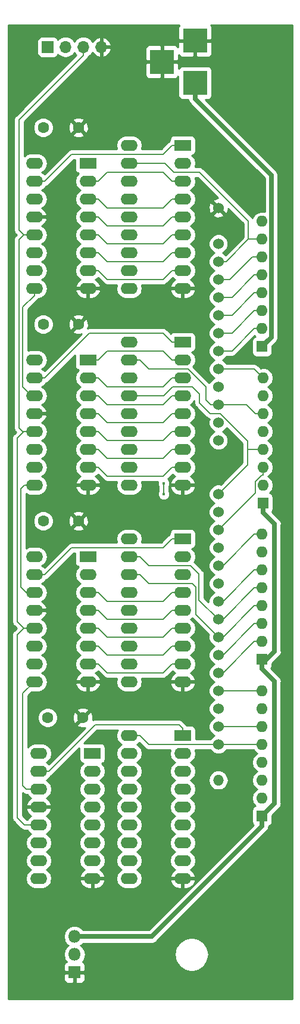
<source format=gbr>
%TF.GenerationSoftware,KiCad,Pcbnew,5.0.2-bee76a0~70~ubuntu16.04.1*%
%TF.CreationDate,2019-05-23T19:14:39-07:00*%
%TF.ProjectId,vfd_driver,7666645f-6472-4697-9665-722e6b696361,rev?*%
%TF.SameCoordinates,Original*%
%TF.FileFunction,Copper,L2,Bot*%
%TF.FilePolarity,Positive*%
%FSLAX46Y46*%
G04 Gerber Fmt 4.6, Leading zero omitted, Abs format (unit mm)*
G04 Created by KiCad (PCBNEW 5.0.2-bee76a0~70~ubuntu16.04.1) date Thu 23 May 2019 07:14:39 PM PDT*
%MOMM*%
%LPD*%
G01*
G04 APERTURE LIST*
%ADD10C,1.600000*%
%ADD11R,3.500000X3.500000*%
%ADD12R,1.700000X1.700000*%
%ADD13O,1.700000X1.700000*%
%ADD14R,2.400000X1.600000*%
%ADD15O,2.400000X1.600000*%
%ADD16R,1.800000X1.800000*%
%ADD17O,1.800000X1.800000*%
%ADD18O,1.524000X1.524000*%
%ADD19C,1.524000*%
%ADD20R,1.600000X1.600000*%
%ADD21O,1.600000X1.600000*%
%ADD22C,0.450000*%
%ADD23C,0.635000*%
%ADD24C,0.203200*%
%ADD25C,0.254000*%
G04 APERTURE END LIST*
D10*
X56365000Y-50800000D03*
X61365000Y-50800000D03*
X56365000Y-78740000D03*
X61365000Y-78740000D03*
X56365000Y-106680000D03*
X61365000Y-106680000D03*
X57000000Y-134620000D03*
X62000000Y-134620000D03*
D11*
X77955000Y-44450000D03*
X77955000Y-38450000D03*
X73255000Y-41450000D03*
D12*
X57000000Y-39370000D03*
D13*
X59540000Y-39370000D03*
X62080000Y-39370000D03*
X64620000Y-39370000D03*
D14*
X76200000Y-137160000D03*
D15*
X68580000Y-157480000D03*
X76200000Y-139700000D03*
X68580000Y-154940000D03*
X76200000Y-142240000D03*
X68580000Y-152400000D03*
X76200000Y-144780000D03*
X68580000Y-149860000D03*
X76200000Y-147320000D03*
X68580000Y-147320000D03*
X76200000Y-149860000D03*
X68580000Y-144780000D03*
X76200000Y-152400000D03*
X68580000Y-142240000D03*
X76200000Y-154940000D03*
X68580000Y-139700000D03*
X76200000Y-157480000D03*
X68580000Y-137160000D03*
D14*
X76200000Y-53340000D03*
D15*
X68580000Y-73660000D03*
X76200000Y-55880000D03*
X68580000Y-71120000D03*
X76200000Y-58420000D03*
X68580000Y-68580000D03*
X76200000Y-60960000D03*
X68580000Y-66040000D03*
X76200000Y-63500000D03*
X68580000Y-63500000D03*
X76200000Y-66040000D03*
X68580000Y-60960000D03*
X76200000Y-68580000D03*
X68580000Y-58420000D03*
X76200000Y-71120000D03*
X68580000Y-55880000D03*
X76200000Y-73660000D03*
X68580000Y-53340000D03*
D14*
X76200000Y-81280000D03*
D15*
X68580000Y-101600000D03*
X76200000Y-83820000D03*
X68580000Y-99060000D03*
X76200000Y-86360000D03*
X68580000Y-96520000D03*
X76200000Y-88900000D03*
X68580000Y-93980000D03*
X76200000Y-91440000D03*
X68580000Y-91440000D03*
X76200000Y-93980000D03*
X68580000Y-88900000D03*
X76200000Y-96520000D03*
X68580000Y-86360000D03*
X76200000Y-99060000D03*
X68580000Y-83820000D03*
X76200000Y-101600000D03*
X68580000Y-81280000D03*
D14*
X76200000Y-109220000D03*
D15*
X68580000Y-129540000D03*
X76200000Y-111760000D03*
X68580000Y-127000000D03*
X76200000Y-114300000D03*
X68580000Y-124460000D03*
X76200000Y-116840000D03*
X68580000Y-121920000D03*
X76200000Y-119380000D03*
X68580000Y-119380000D03*
X76200000Y-121920000D03*
X68580000Y-116840000D03*
X76200000Y-124460000D03*
X68580000Y-114300000D03*
X76200000Y-127000000D03*
X68580000Y-111760000D03*
X76200000Y-129540000D03*
X68580000Y-109220000D03*
D16*
X60810000Y-170815000D03*
D17*
X60810000Y-168275000D03*
X60810000Y-165735000D03*
D18*
X81280000Y-143510000D03*
D19*
X81280000Y-138430000D03*
X81280000Y-135890000D03*
X81280000Y-133350000D03*
X81280000Y-130810000D03*
X81280000Y-128270000D03*
X81280000Y-125730000D03*
X81280000Y-123190000D03*
X81280000Y-120650000D03*
X81280000Y-118110000D03*
X81280000Y-115570000D03*
X81280000Y-113030000D03*
X81280000Y-110490000D03*
X81280000Y-107950000D03*
X81280000Y-105410000D03*
X81280000Y-102870000D03*
X81280000Y-95250000D03*
X81280000Y-92710000D03*
X81280000Y-90170000D03*
X81280000Y-87630000D03*
X81280000Y-85090000D03*
X81280000Y-82550000D03*
X81280000Y-80010000D03*
X81280000Y-77470000D03*
X81280000Y-74930000D03*
X81280000Y-72390000D03*
X81280000Y-69850000D03*
X81280000Y-67310000D03*
X81280000Y-62230000D03*
D20*
X87480000Y-81915000D03*
D21*
X87480000Y-79375000D03*
X87480000Y-76835000D03*
X87480000Y-74295000D03*
X87480000Y-71755000D03*
X87480000Y-69215000D03*
X87480000Y-66675000D03*
X87480000Y-64135000D03*
D20*
X87630000Y-104140000D03*
D21*
X87630000Y-101600000D03*
X87630000Y-99060000D03*
X87630000Y-96520000D03*
X87630000Y-93980000D03*
X87630000Y-91440000D03*
X87630000Y-88900000D03*
X87630000Y-86360000D03*
D20*
X87480000Y-126365000D03*
D21*
X87480000Y-123825000D03*
X87480000Y-121285000D03*
X87480000Y-118745000D03*
X87480000Y-116205000D03*
X87480000Y-113665000D03*
X87480000Y-111125000D03*
X87480000Y-108585000D03*
D20*
X87480000Y-148590000D03*
D21*
X87480000Y-146050000D03*
X87480000Y-143510000D03*
X87480000Y-140970000D03*
X87480000Y-138430000D03*
X87480000Y-135890000D03*
X87480000Y-133350000D03*
X87480000Y-130810000D03*
D15*
X55730000Y-139700000D03*
X63350000Y-157480000D03*
X55730000Y-142240000D03*
X63350000Y-154940000D03*
X55730000Y-144780000D03*
X63350000Y-152400000D03*
X55730000Y-147320000D03*
X63350000Y-149860000D03*
X55730000Y-149860000D03*
X63350000Y-147320000D03*
X55730000Y-152400000D03*
X63350000Y-144780000D03*
X55730000Y-154940000D03*
X63350000Y-142240000D03*
X55730000Y-157480000D03*
D14*
X63350000Y-139700000D03*
X62715000Y-55880000D03*
D15*
X55095000Y-73660000D03*
X62715000Y-58420000D03*
X55095000Y-71120000D03*
X62715000Y-60960000D03*
X55095000Y-68580000D03*
X62715000Y-63500000D03*
X55095000Y-66040000D03*
X62715000Y-66040000D03*
X55095000Y-63500000D03*
X62715000Y-68580000D03*
X55095000Y-60960000D03*
X62715000Y-71120000D03*
X55095000Y-58420000D03*
X62715000Y-73660000D03*
X55095000Y-55880000D03*
X55095000Y-83820000D03*
X62715000Y-101600000D03*
X55095000Y-86360000D03*
X62715000Y-99060000D03*
X55095000Y-88900000D03*
X62715000Y-96520000D03*
X55095000Y-91440000D03*
X62715000Y-93980000D03*
X55095000Y-93980000D03*
X62715000Y-91440000D03*
X55095000Y-96520000D03*
X62715000Y-88900000D03*
X55095000Y-99060000D03*
X62715000Y-86360000D03*
X55095000Y-101600000D03*
D14*
X62715000Y-83820000D03*
X62715000Y-111760000D03*
D15*
X55095000Y-129540000D03*
X62715000Y-114300000D03*
X55095000Y-127000000D03*
X62715000Y-116840000D03*
X55095000Y-124460000D03*
X62715000Y-119380000D03*
X55095000Y-121920000D03*
X62715000Y-121920000D03*
X55095000Y-119380000D03*
X62715000Y-124460000D03*
X55095000Y-116840000D03*
X62715000Y-127000000D03*
X55095000Y-114300000D03*
X62715000Y-129540000D03*
X55095000Y-111760000D03*
D22*
X73510000Y-101346000D03*
X73510016Y-102869984D03*
D23*
X77955000Y-44450000D02*
X77955000Y-46721000D01*
X87480000Y-81915000D02*
X88809100Y-80585900D01*
X88809100Y-80585900D02*
X88809100Y-57575100D01*
X88809100Y-57575100D02*
X77955000Y-46721000D01*
X87480000Y-126365000D02*
X87480000Y-127025500D01*
X70252400Y-165735000D02*
X60810000Y-165735000D01*
X87480000Y-150025000D02*
X71770000Y-165735000D01*
X71770000Y-165735000D02*
X70252400Y-165735000D01*
X87480000Y-148590000D02*
X87480000Y-150025000D01*
X89258000Y-146812000D02*
X87480000Y-148590000D01*
X89258000Y-129464000D02*
X89258000Y-146812000D01*
X87480000Y-127686000D02*
X89258000Y-129464000D01*
X87480000Y-127025500D02*
X87480000Y-127686000D01*
X89258000Y-107089000D02*
X87630000Y-105461000D01*
X89258000Y-125247500D02*
X89258000Y-107089000D01*
X87630000Y-105461000D02*
X87630000Y-104140000D01*
X87480000Y-127025500D02*
X89258000Y-125247500D01*
D24*
X55095000Y-93980000D02*
X53691600Y-93980000D01*
X53691600Y-93980000D02*
X53590000Y-93980000D01*
X55095000Y-121920000D02*
X53589900Y-121920000D01*
X55095000Y-66040000D02*
X53589900Y-66040000D01*
X53444000Y-93980000D02*
X53590000Y-93980000D01*
X52936000Y-93472000D02*
X53444000Y-93980000D01*
X52936000Y-66693900D02*
X52936000Y-93472000D01*
X53589900Y-66040000D02*
X52936000Y-66693900D01*
X52936000Y-49669100D02*
X52936000Y-65386100D01*
X52936000Y-65386100D02*
X53589900Y-66040000D01*
X62080000Y-40525100D02*
X52936000Y-49669100D01*
X62080000Y-39370000D02*
X62080000Y-40525100D01*
X52682000Y-121012100D02*
X53589900Y-121920000D01*
X52682000Y-94888000D02*
X52682000Y-121012100D01*
X53590000Y-93980000D02*
X52682000Y-94888000D01*
X53698000Y-149860000D02*
X55730000Y-149860000D01*
X52682000Y-148844000D02*
X53698000Y-149860000D01*
X52682000Y-122827900D02*
X52682000Y-148844000D01*
X53589900Y-121920000D02*
X52682000Y-122827900D01*
X55095000Y-88900000D02*
X54695000Y-88900000D01*
X54695000Y-88900000D02*
X53444000Y-87649000D01*
X55095000Y-74663200D02*
X55095000Y-73660000D01*
X53444000Y-87649000D02*
X53444000Y-76314200D01*
X53444000Y-76314200D02*
X55095000Y-74663200D01*
X74694900Y-58420000D02*
X76200000Y-58420000D01*
X64220100Y-58420000D02*
X65490100Y-57150000D01*
X62715000Y-58420000D02*
X64220100Y-58420000D01*
X73424900Y-57150000D02*
X74694900Y-58420000D01*
X65490100Y-57150000D02*
X73424900Y-57150000D01*
X74694900Y-60960000D02*
X76200000Y-60960000D01*
X62715000Y-60960000D02*
X64220100Y-60960000D01*
X64220100Y-60960000D02*
X65490100Y-62230000D01*
X65490100Y-62230000D02*
X73424900Y-62230000D01*
X73424900Y-62230000D02*
X74694900Y-60960000D01*
X74694900Y-63500000D02*
X76200000Y-63500000D01*
X62715000Y-63500000D02*
X64220100Y-63500000D01*
X65490100Y-64770000D02*
X73424900Y-64770000D01*
X64220100Y-63500000D02*
X65490100Y-64770000D01*
X73424900Y-64770000D02*
X74694900Y-63500000D01*
X74694900Y-66040000D02*
X76200000Y-66040000D01*
X64220100Y-66040000D02*
X65490100Y-67310000D01*
X62715000Y-66040000D02*
X64220100Y-66040000D01*
X65490100Y-67310000D02*
X73424900Y-67310000D01*
X73424900Y-67310000D02*
X74694900Y-66040000D01*
X74694900Y-68580000D02*
X76200000Y-68580000D01*
X62715000Y-68580000D02*
X64220100Y-68580000D01*
X64220100Y-68580000D02*
X65490100Y-69850000D01*
X65490100Y-69850000D02*
X73424900Y-69850000D01*
X73424900Y-69850000D02*
X74694900Y-68580000D01*
X74694900Y-71120000D02*
X76200000Y-71120000D01*
X62715000Y-71120000D02*
X64220100Y-71120000D01*
X64220100Y-71120000D02*
X65490100Y-72390000D01*
X65490100Y-72390000D02*
X73424900Y-72390000D01*
X73424900Y-72390000D02*
X74694900Y-71120000D01*
X56600100Y-58420000D02*
X60410100Y-54610000D01*
X55095000Y-58420000D02*
X56600100Y-58420000D01*
X73424900Y-54610000D02*
X74694900Y-53340000D01*
X74694900Y-53340000D02*
X76200000Y-53340000D01*
X60410100Y-54610000D02*
X73424900Y-54610000D01*
X74694900Y-83820000D02*
X76200000Y-83820000D01*
X62715000Y-83820000D02*
X64220100Y-83820000D01*
X65490100Y-82550000D02*
X73424900Y-82550000D01*
X73424900Y-82550000D02*
X74694900Y-83820000D01*
X64220100Y-83820000D02*
X65490100Y-82550000D01*
X53190000Y-116078000D02*
X53952000Y-116840000D01*
X55095000Y-116840000D02*
X53952000Y-116840000D01*
X53698000Y-101600000D02*
X53190000Y-102108000D01*
X53698000Y-101600000D02*
X55095000Y-101600000D01*
X53190000Y-116078000D02*
X53190000Y-102108000D01*
X74694900Y-86360000D02*
X76200000Y-86360000D01*
X62715000Y-86360000D02*
X64220100Y-86360000D01*
X64220100Y-86360000D02*
X65490100Y-87630000D01*
X73424900Y-87630000D02*
X74694900Y-86360000D01*
X65490100Y-87630000D02*
X73424900Y-87630000D01*
X74694900Y-88900000D02*
X76200000Y-88900000D01*
X62715000Y-88900000D02*
X64220100Y-88900000D01*
X64220100Y-88900000D02*
X65490100Y-90170000D01*
X65490100Y-90170000D02*
X73424900Y-90170000D01*
X73424900Y-90170000D02*
X74694900Y-88900000D01*
X74694900Y-91440000D02*
X76200000Y-91440000D01*
X62715000Y-91440000D02*
X64220100Y-91440000D01*
X64220100Y-91440000D02*
X65490100Y-92710000D01*
X65490100Y-92710000D02*
X73424900Y-92710000D01*
X73424900Y-92710000D02*
X74694900Y-91440000D01*
X74694900Y-93980000D02*
X76200000Y-93980000D01*
X62715000Y-93980000D02*
X64220100Y-93980000D01*
X73424900Y-95250000D02*
X74694900Y-93980000D01*
X64220100Y-93980000D02*
X65490100Y-95250000D01*
X65490100Y-95250000D02*
X73424900Y-95250000D01*
X74694900Y-96520000D02*
X76200000Y-96520000D01*
X62715000Y-96520000D02*
X64220100Y-96520000D01*
X73424900Y-97790000D02*
X74694900Y-96520000D01*
X64220100Y-96520000D02*
X65490100Y-97790000D01*
X65490100Y-97790000D02*
X73424900Y-97790000D01*
X74694900Y-99060000D02*
X76200000Y-99060000D01*
X65490100Y-100330000D02*
X73424900Y-100330000D01*
X73424900Y-100330000D02*
X74694900Y-99060000D01*
X62715000Y-99060000D02*
X64220100Y-99060000D01*
X64220100Y-99060000D02*
X65490100Y-100330000D01*
X74694900Y-81280000D02*
X76200000Y-81280000D01*
X55095000Y-86360000D02*
X56600100Y-86360000D01*
X56600100Y-86360000D02*
X62950100Y-80010000D01*
X62950100Y-80010000D02*
X73424900Y-80010000D01*
X73424900Y-80010000D02*
X74694900Y-81280000D01*
X74694900Y-116840000D02*
X76200000Y-116840000D01*
X62715000Y-116840000D02*
X64220100Y-116840000D01*
X64220100Y-116840000D02*
X65490100Y-118110000D01*
X65490100Y-118110000D02*
X73424900Y-118110000D01*
X73424900Y-118110000D02*
X74694900Y-116840000D01*
X74694900Y-119380000D02*
X76200000Y-119380000D01*
X64220100Y-119380000D02*
X65490100Y-120650000D01*
X62715000Y-119380000D02*
X64220100Y-119380000D01*
X65490100Y-120650000D02*
X73424900Y-120650000D01*
X73424900Y-120650000D02*
X74694900Y-119380000D01*
X74694900Y-121920000D02*
X76200000Y-121920000D01*
X64220100Y-121920000D02*
X65490100Y-123190000D01*
X65490100Y-123190000D02*
X73424900Y-123190000D01*
X62715000Y-121920000D02*
X64220100Y-121920000D01*
X73424900Y-123190000D02*
X74694900Y-121920000D01*
X74694900Y-124460000D02*
X76200000Y-124460000D01*
X62715000Y-124460000D02*
X64220100Y-124460000D01*
X64220100Y-124460000D02*
X65490100Y-125730000D01*
X73424900Y-125730000D02*
X74694900Y-124460000D01*
X65490100Y-125730000D02*
X73424900Y-125730000D01*
X74694900Y-127000000D02*
X76200000Y-127000000D01*
X62715000Y-127000000D02*
X64220100Y-127000000D01*
X73424900Y-128270000D02*
X74694900Y-127000000D01*
X65490100Y-128270000D02*
X73424900Y-128270000D01*
X64220100Y-127000000D02*
X65490100Y-128270000D01*
X74694900Y-109220000D02*
X76200000Y-109220000D01*
X55095000Y-114300000D02*
X56600100Y-114300000D01*
X56600100Y-114300000D02*
X60410100Y-110490000D01*
X73424900Y-110490000D02*
X74694900Y-109220000D01*
X60410100Y-110490000D02*
X73424900Y-110490000D01*
X53952000Y-144780000D02*
X55730000Y-144780000D01*
X53444000Y-144272000D02*
X53952000Y-144780000D01*
X53444000Y-131191000D02*
X53444000Y-144272000D01*
X55095000Y-129540000D02*
X53444000Y-131191000D01*
X76200000Y-136156800D02*
X76200000Y-137160000D01*
X63737200Y-135636000D02*
X75679200Y-135636000D01*
X75679200Y-135636000D02*
X76200000Y-136156800D01*
X57133200Y-142240000D02*
X63737200Y-135636000D01*
X55730000Y-142240000D02*
X57133200Y-142240000D01*
X86374900Y-118745000D02*
X81929900Y-123190000D01*
X81929900Y-123190000D02*
X81280000Y-123190000D01*
X87480000Y-118745000D02*
X86374900Y-118745000D01*
X71355100Y-115570000D02*
X70085100Y-114300000D01*
X70085100Y-114300000D02*
X68580000Y-114300000D01*
X81280000Y-123190000D02*
X78082000Y-119992000D01*
X78082000Y-119992000D02*
X78082000Y-116078000D01*
X78082000Y-116078000D02*
X77574000Y-115570000D01*
X77574000Y-115570000D02*
X71355100Y-115570000D01*
X86374900Y-121285000D02*
X81929900Y-125730000D01*
X81929900Y-125730000D02*
X81280000Y-125730000D01*
X87480000Y-121285000D02*
X86374900Y-121285000D01*
X87480000Y-123825000D02*
X86374900Y-123825000D01*
X86374900Y-123825000D02*
X81929900Y-128270000D01*
X81929900Y-128270000D02*
X81280000Y-128270000D01*
X87480000Y-130810000D02*
X81280000Y-130810000D01*
X87480000Y-135890000D02*
X81280000Y-135890000D01*
X68580000Y-137160000D02*
X70085100Y-137160000D01*
X81280000Y-138430000D02*
X71355100Y-138430000D01*
X71355100Y-138430000D02*
X70085100Y-137160000D01*
X87480000Y-138430000D02*
X81280000Y-138430000D01*
X85441400Y-96520000D02*
X85441400Y-98708600D01*
X85441400Y-98708600D02*
X81280000Y-102870000D01*
X86524900Y-96520000D02*
X85441400Y-96520000D01*
X87630000Y-96520000D02*
X86524900Y-96520000D01*
X80114000Y-91440000D02*
X81526300Y-91440000D01*
X78590000Y-89916000D02*
X80114000Y-91440000D01*
X78590000Y-88646000D02*
X78590000Y-89916000D01*
X68580000Y-88900000D02*
X73510000Y-88900000D01*
X81526300Y-91440000D02*
X85441400Y-95355100D01*
X73510000Y-88900000D02*
X74780000Y-87630000D01*
X85441400Y-95355100D02*
X85441400Y-96520000D01*
X74780000Y-87630000D02*
X77574000Y-87630000D01*
X77574000Y-87630000D02*
X78590000Y-88646000D01*
X87630000Y-99060000D02*
X87630000Y-100165100D01*
X87630000Y-100165100D02*
X87491700Y-100165100D01*
X87491700Y-100165100D02*
X86524900Y-101131900D01*
X86524900Y-101131900D02*
X86524900Y-102705100D01*
X86524900Y-102705100D02*
X81280000Y-107950000D01*
X87480000Y-108585000D02*
X86374900Y-108585000D01*
X86374900Y-108585000D02*
X81929900Y-113030000D01*
X81929900Y-113030000D02*
X81280000Y-113030000D01*
X73510000Y-101346000D02*
X73510000Y-102869968D01*
X73510000Y-102869968D02*
X73510016Y-102869984D01*
X87480000Y-113665000D02*
X86374900Y-113665000D01*
X86374900Y-113665000D02*
X81929900Y-118110000D01*
X81929900Y-118110000D02*
X81280000Y-118110000D01*
X86374900Y-116205000D02*
X81929900Y-120650000D01*
X81929900Y-120650000D02*
X81280000Y-120650000D01*
X87480000Y-116205000D02*
X86374900Y-116205000D01*
X71355100Y-113030000D02*
X70085100Y-111760000D01*
X70085100Y-111760000D02*
X68580000Y-111760000D01*
X81280000Y-120650000D02*
X78531400Y-117901400D01*
X78531400Y-117901400D02*
X78531400Y-114241400D01*
X78531400Y-114241400D02*
X77320000Y-113030000D01*
X77320000Y-113030000D02*
X71355100Y-113030000D01*
X86374900Y-74295000D02*
X83199900Y-77470000D01*
X83199900Y-77470000D02*
X81280000Y-77470000D01*
X87480000Y-74295000D02*
X86374900Y-74295000D01*
X87480000Y-76835000D02*
X86374900Y-76835000D01*
X86374900Y-76835000D02*
X83199900Y-80010000D01*
X83199900Y-80010000D02*
X81280000Y-80010000D01*
X87480000Y-79375000D02*
X86374900Y-79375000D01*
X86374900Y-79375000D02*
X83199900Y-82550000D01*
X83199900Y-82550000D02*
X81280000Y-82550000D01*
X86360000Y-85090000D02*
X87630000Y-86360000D01*
X81280000Y-85090000D02*
X86360000Y-85090000D01*
X86524900Y-91440000D02*
X85254900Y-90170000D01*
X85254900Y-90170000D02*
X81280000Y-90170000D01*
X87630000Y-91440000D02*
X86524900Y-91440000D01*
X70085100Y-83820000D02*
X68580000Y-83820000D01*
X76963900Y-85090000D02*
X71355100Y-85090000D01*
X71355100Y-85090000D02*
X70085100Y-83820000D01*
X81280000Y-90170000D02*
X80202370Y-90170000D01*
X79503900Y-89471530D02*
X79503900Y-87630000D01*
X80202370Y-90170000D02*
X79503900Y-89471530D01*
X79503900Y-87630000D02*
X76963900Y-85090000D01*
X81280000Y-69850000D02*
X82380800Y-69850000D01*
X82380800Y-69850000D02*
X85555800Y-66675000D01*
X86374900Y-66675000D02*
X85555800Y-66675000D01*
X87480000Y-66675000D02*
X86374900Y-66675000D01*
X73666900Y-55880000D02*
X68580000Y-55880000D01*
X85555800Y-66675000D02*
X85555800Y-64115800D01*
X85555800Y-64115800D02*
X78590000Y-57150000D01*
X78590000Y-57150000D02*
X74936900Y-57150000D01*
X74936900Y-57150000D02*
X73666900Y-55880000D01*
X86083000Y-69215000D02*
X86374900Y-69215000D01*
X81280000Y-72390000D02*
X82908000Y-72390000D01*
X86374900Y-69215000D02*
X87480000Y-69215000D01*
X82908000Y-72390000D02*
X86083000Y-69215000D01*
X86374900Y-71755000D02*
X83199900Y-74930000D01*
X83199900Y-74930000D02*
X81280000Y-74930000D01*
X87480000Y-71755000D02*
X86374900Y-71755000D01*
D25*
G36*
X75666673Y-36340302D02*
X75570000Y-36573691D01*
X75570000Y-38164250D01*
X75728750Y-38323000D01*
X77828000Y-38323000D01*
X77828000Y-38303000D01*
X78082000Y-38303000D01*
X78082000Y-38323000D01*
X80181250Y-38323000D01*
X80340000Y-38164250D01*
X80340000Y-36573691D01*
X80243327Y-36340302D01*
X80173025Y-36270000D01*
X91746000Y-36270000D01*
X91746001Y-174550000D01*
X51360000Y-174550000D01*
X51360000Y-171100750D01*
X59275000Y-171100750D01*
X59275000Y-171841309D01*
X59371673Y-172074698D01*
X59550301Y-172253327D01*
X59783690Y-172350000D01*
X60524250Y-172350000D01*
X60683000Y-172191250D01*
X60683000Y-170942000D01*
X60937000Y-170942000D01*
X60937000Y-172191250D01*
X61095750Y-172350000D01*
X61836310Y-172350000D01*
X62069699Y-172253327D01*
X62248327Y-172074698D01*
X62345000Y-171841309D01*
X62345000Y-171100750D01*
X62186250Y-170942000D01*
X60937000Y-170942000D01*
X60683000Y-170942000D01*
X59433750Y-170942000D01*
X59275000Y-171100750D01*
X51360000Y-171100750D01*
X51360000Y-94888000D01*
X51930971Y-94888000D01*
X51945400Y-94960540D01*
X51945401Y-120939555D01*
X51930971Y-121012100D01*
X51988139Y-121299506D01*
X52109849Y-121481658D01*
X52109852Y-121481661D01*
X52150943Y-121543158D01*
X52212440Y-121584249D01*
X52548191Y-121920000D01*
X52212442Y-122255749D01*
X52150942Y-122296842D01*
X52109849Y-122358342D01*
X52088696Y-122390000D01*
X51988139Y-122540494D01*
X51945400Y-122755357D01*
X51945400Y-122755360D01*
X51930971Y-122827900D01*
X51945400Y-122900440D01*
X51945401Y-148771455D01*
X51930971Y-148844000D01*
X51988139Y-149131406D01*
X52109849Y-149313558D01*
X52109852Y-149313561D01*
X52150943Y-149375058D01*
X52212440Y-149416149D01*
X53125850Y-150329560D01*
X53166942Y-150391058D01*
X53228439Y-150432149D01*
X53228441Y-150432151D01*
X53410593Y-150553861D01*
X53625456Y-150596600D01*
X53625459Y-150596600D01*
X53698000Y-150611029D01*
X53770540Y-150596600D01*
X54096321Y-150596600D01*
X54295423Y-150894577D01*
X54647758Y-151130000D01*
X54295423Y-151365423D01*
X53978260Y-151840091D01*
X53866887Y-152400000D01*
X53978260Y-152959909D01*
X54295423Y-153434577D01*
X54647758Y-153670000D01*
X54295423Y-153905423D01*
X53978260Y-154380091D01*
X53866887Y-154940000D01*
X53978260Y-155499909D01*
X54295423Y-155974577D01*
X54647758Y-156210000D01*
X54295423Y-156445423D01*
X53978260Y-156920091D01*
X53866887Y-157480000D01*
X53978260Y-158039909D01*
X54295423Y-158514577D01*
X54770091Y-158831740D01*
X55188667Y-158915000D01*
X56271333Y-158915000D01*
X56689909Y-158831740D01*
X57164577Y-158514577D01*
X57481740Y-158039909D01*
X57523684Y-157829039D01*
X61558096Y-157829039D01*
X61575633Y-157911819D01*
X61845500Y-158404896D01*
X62283517Y-158757166D01*
X62823000Y-158915000D01*
X63223000Y-158915000D01*
X63223000Y-157607000D01*
X63477000Y-157607000D01*
X63477000Y-158915000D01*
X63877000Y-158915000D01*
X64416483Y-158757166D01*
X64854500Y-158404896D01*
X65124367Y-157911819D01*
X65141904Y-157829039D01*
X65019915Y-157607000D01*
X63477000Y-157607000D01*
X63223000Y-157607000D01*
X61680085Y-157607000D01*
X61558096Y-157829039D01*
X57523684Y-157829039D01*
X57593113Y-157480000D01*
X57481740Y-156920091D01*
X57164577Y-156445423D01*
X56812242Y-156210000D01*
X57164577Y-155974577D01*
X57481740Y-155499909D01*
X57593113Y-154940000D01*
X57481740Y-154380091D01*
X57164577Y-153905423D01*
X56812242Y-153670000D01*
X57164577Y-153434577D01*
X57481740Y-152959909D01*
X57593113Y-152400000D01*
X57481740Y-151840091D01*
X57164577Y-151365423D01*
X56812242Y-151130000D01*
X57164577Y-150894577D01*
X57481740Y-150419909D01*
X57593113Y-149860000D01*
X57481740Y-149300091D01*
X57164577Y-148825423D01*
X56808501Y-148587501D01*
X57234500Y-148244896D01*
X57504367Y-147751819D01*
X57521904Y-147669039D01*
X57399915Y-147447000D01*
X55857000Y-147447000D01*
X55857000Y-147467000D01*
X55603000Y-147467000D01*
X55603000Y-147447000D01*
X54060085Y-147447000D01*
X53938096Y-147669039D01*
X53955633Y-147751819D01*
X54225500Y-148244896D01*
X54651499Y-148587501D01*
X54295423Y-148825423D01*
X54096321Y-149123400D01*
X54003110Y-149123400D01*
X53418600Y-148538891D01*
X53418600Y-145307553D01*
X53420942Y-145311058D01*
X53664593Y-145473861D01*
X53879456Y-145516600D01*
X53879460Y-145516600D01*
X53951999Y-145531029D01*
X54024538Y-145516600D01*
X54096321Y-145516600D01*
X54295423Y-145814577D01*
X54651499Y-146052499D01*
X54225500Y-146395104D01*
X53955633Y-146888181D01*
X53938096Y-146970961D01*
X54060085Y-147193000D01*
X55603000Y-147193000D01*
X55603000Y-147173000D01*
X55857000Y-147173000D01*
X55857000Y-147193000D01*
X57399915Y-147193000D01*
X57521904Y-146970961D01*
X57504367Y-146888181D01*
X57234500Y-146395104D01*
X56808501Y-146052499D01*
X57164577Y-145814577D01*
X57481740Y-145339909D01*
X57593113Y-144780000D01*
X57481740Y-144220091D01*
X57164577Y-143745423D01*
X56812242Y-143510000D01*
X57164577Y-143274577D01*
X57387887Y-142940369D01*
X57420607Y-142933861D01*
X57664258Y-142771058D01*
X57705351Y-142709558D01*
X61502560Y-138912349D01*
X61502560Y-140500000D01*
X61551843Y-140747765D01*
X61692191Y-140957809D01*
X61902235Y-141098157D01*
X62036106Y-141124785D01*
X61915423Y-141205423D01*
X61598260Y-141680091D01*
X61486887Y-142240000D01*
X61598260Y-142799909D01*
X61915423Y-143274577D01*
X62267758Y-143510000D01*
X61915423Y-143745423D01*
X61598260Y-144220091D01*
X61486887Y-144780000D01*
X61598260Y-145339909D01*
X61915423Y-145814577D01*
X62267758Y-146050000D01*
X61915423Y-146285423D01*
X61598260Y-146760091D01*
X61486887Y-147320000D01*
X61598260Y-147879909D01*
X61915423Y-148354577D01*
X62267758Y-148590000D01*
X61915423Y-148825423D01*
X61598260Y-149300091D01*
X61486887Y-149860000D01*
X61598260Y-150419909D01*
X61915423Y-150894577D01*
X62267758Y-151130000D01*
X61915423Y-151365423D01*
X61598260Y-151840091D01*
X61486887Y-152400000D01*
X61598260Y-152959909D01*
X61915423Y-153434577D01*
X62267758Y-153670000D01*
X61915423Y-153905423D01*
X61598260Y-154380091D01*
X61486887Y-154940000D01*
X61598260Y-155499909D01*
X61915423Y-155974577D01*
X62271499Y-156212499D01*
X61845500Y-156555104D01*
X61575633Y-157048181D01*
X61558096Y-157130961D01*
X61680085Y-157353000D01*
X63223000Y-157353000D01*
X63223000Y-157333000D01*
X63477000Y-157333000D01*
X63477000Y-157353000D01*
X65019915Y-157353000D01*
X65141904Y-157130961D01*
X65124367Y-157048181D01*
X64854500Y-156555104D01*
X64428501Y-156212499D01*
X64784577Y-155974577D01*
X65101740Y-155499909D01*
X65213113Y-154940000D01*
X65101740Y-154380091D01*
X64784577Y-153905423D01*
X64432242Y-153670000D01*
X64784577Y-153434577D01*
X65101740Y-152959909D01*
X65213113Y-152400000D01*
X65101740Y-151840091D01*
X64784577Y-151365423D01*
X64432242Y-151130000D01*
X64784577Y-150894577D01*
X65101740Y-150419909D01*
X65213113Y-149860000D01*
X65101740Y-149300091D01*
X64784577Y-148825423D01*
X64432242Y-148590000D01*
X64784577Y-148354577D01*
X65101740Y-147879909D01*
X65213113Y-147320000D01*
X65101740Y-146760091D01*
X64784577Y-146285423D01*
X64432242Y-146050000D01*
X64784577Y-145814577D01*
X65101740Y-145339909D01*
X65213113Y-144780000D01*
X65101740Y-144220091D01*
X64784577Y-143745423D01*
X64432242Y-143510000D01*
X64784577Y-143274577D01*
X65101740Y-142799909D01*
X65213113Y-142240000D01*
X65101740Y-141680091D01*
X64784577Y-141205423D01*
X64663894Y-141124785D01*
X64797765Y-141098157D01*
X65007809Y-140957809D01*
X65148157Y-140747765D01*
X65197440Y-140500000D01*
X65197440Y-138900000D01*
X65148157Y-138652235D01*
X65007809Y-138442191D01*
X64797765Y-138301843D01*
X64550000Y-138252560D01*
X62162349Y-138252560D01*
X64042309Y-136372600D01*
X66980265Y-136372600D01*
X66828260Y-136600091D01*
X66716887Y-137160000D01*
X66828260Y-137719909D01*
X67145423Y-138194577D01*
X67497758Y-138430000D01*
X67145423Y-138665423D01*
X66828260Y-139140091D01*
X66716887Y-139700000D01*
X66828260Y-140259909D01*
X67145423Y-140734577D01*
X67497758Y-140970000D01*
X67145423Y-141205423D01*
X66828260Y-141680091D01*
X66716887Y-142240000D01*
X66828260Y-142799909D01*
X67145423Y-143274577D01*
X67497758Y-143510000D01*
X67145423Y-143745423D01*
X66828260Y-144220091D01*
X66716887Y-144780000D01*
X66828260Y-145339909D01*
X67145423Y-145814577D01*
X67497758Y-146050000D01*
X67145423Y-146285423D01*
X66828260Y-146760091D01*
X66716887Y-147320000D01*
X66828260Y-147879909D01*
X67145423Y-148354577D01*
X67497758Y-148590000D01*
X67145423Y-148825423D01*
X66828260Y-149300091D01*
X66716887Y-149860000D01*
X66828260Y-150419909D01*
X67145423Y-150894577D01*
X67497758Y-151130000D01*
X67145423Y-151365423D01*
X66828260Y-151840091D01*
X66716887Y-152400000D01*
X66828260Y-152959909D01*
X67145423Y-153434577D01*
X67497758Y-153670000D01*
X67145423Y-153905423D01*
X66828260Y-154380091D01*
X66716887Y-154940000D01*
X66828260Y-155499909D01*
X67145423Y-155974577D01*
X67497758Y-156210000D01*
X67145423Y-156445423D01*
X66828260Y-156920091D01*
X66716887Y-157480000D01*
X66828260Y-158039909D01*
X67145423Y-158514577D01*
X67620091Y-158831740D01*
X68038667Y-158915000D01*
X69121333Y-158915000D01*
X69539909Y-158831740D01*
X70014577Y-158514577D01*
X70331740Y-158039909D01*
X70373684Y-157829039D01*
X74408096Y-157829039D01*
X74425633Y-157911819D01*
X74695500Y-158404896D01*
X75133517Y-158757166D01*
X75673000Y-158915000D01*
X76073000Y-158915000D01*
X76073000Y-157607000D01*
X76327000Y-157607000D01*
X76327000Y-158915000D01*
X76727000Y-158915000D01*
X77266483Y-158757166D01*
X77704500Y-158404896D01*
X77974367Y-157911819D01*
X77991904Y-157829039D01*
X77869915Y-157607000D01*
X76327000Y-157607000D01*
X76073000Y-157607000D01*
X74530085Y-157607000D01*
X74408096Y-157829039D01*
X70373684Y-157829039D01*
X70443113Y-157480000D01*
X70331740Y-156920091D01*
X70014577Y-156445423D01*
X69662242Y-156210000D01*
X70014577Y-155974577D01*
X70331740Y-155499909D01*
X70443113Y-154940000D01*
X70331740Y-154380091D01*
X70014577Y-153905423D01*
X69662242Y-153670000D01*
X70014577Y-153434577D01*
X70331740Y-152959909D01*
X70443113Y-152400000D01*
X70331740Y-151840091D01*
X70014577Y-151365423D01*
X69662242Y-151130000D01*
X70014577Y-150894577D01*
X70331740Y-150419909D01*
X70443113Y-149860000D01*
X70331740Y-149300091D01*
X70014577Y-148825423D01*
X69662242Y-148590000D01*
X70014577Y-148354577D01*
X70331740Y-147879909D01*
X70443113Y-147320000D01*
X70331740Y-146760091D01*
X70014577Y-146285423D01*
X69662242Y-146050000D01*
X70014577Y-145814577D01*
X70331740Y-145339909D01*
X70443113Y-144780000D01*
X70331740Y-144220091D01*
X70014577Y-143745423D01*
X69662242Y-143510000D01*
X70014577Y-143274577D01*
X70331740Y-142799909D01*
X70443113Y-142240000D01*
X70331740Y-141680091D01*
X70014577Y-141205423D01*
X69662242Y-140970000D01*
X70014577Y-140734577D01*
X70331740Y-140259909D01*
X70443113Y-139700000D01*
X70331740Y-139140091D01*
X70014577Y-138665423D01*
X69662242Y-138430000D01*
X70014577Y-138194577D01*
X70039968Y-138156577D01*
X70782950Y-138899560D01*
X70824042Y-138961058D01*
X70885539Y-139002149D01*
X70885541Y-139002151D01*
X71067693Y-139123861D01*
X71282556Y-139166600D01*
X71282559Y-139166600D01*
X71355099Y-139181029D01*
X71427640Y-139166600D01*
X74442987Y-139166600D01*
X74336887Y-139700000D01*
X74448260Y-140259909D01*
X74765423Y-140734577D01*
X75117758Y-140970000D01*
X74765423Y-141205423D01*
X74448260Y-141680091D01*
X74336887Y-142240000D01*
X74448260Y-142799909D01*
X74765423Y-143274577D01*
X75117758Y-143510000D01*
X74765423Y-143745423D01*
X74448260Y-144220091D01*
X74336887Y-144780000D01*
X74448260Y-145339909D01*
X74765423Y-145814577D01*
X75117758Y-146050000D01*
X74765423Y-146285423D01*
X74448260Y-146760091D01*
X74336887Y-147320000D01*
X74448260Y-147879909D01*
X74765423Y-148354577D01*
X75117758Y-148590000D01*
X74765423Y-148825423D01*
X74448260Y-149300091D01*
X74336887Y-149860000D01*
X74448260Y-150419909D01*
X74765423Y-150894577D01*
X75117758Y-151130000D01*
X74765423Y-151365423D01*
X74448260Y-151840091D01*
X74336887Y-152400000D01*
X74448260Y-152959909D01*
X74765423Y-153434577D01*
X75117758Y-153670000D01*
X74765423Y-153905423D01*
X74448260Y-154380091D01*
X74336887Y-154940000D01*
X74448260Y-155499909D01*
X74765423Y-155974577D01*
X75121499Y-156212499D01*
X74695500Y-156555104D01*
X74425633Y-157048181D01*
X74408096Y-157130961D01*
X74530085Y-157353000D01*
X76073000Y-157353000D01*
X76073000Y-157333000D01*
X76327000Y-157333000D01*
X76327000Y-157353000D01*
X77869915Y-157353000D01*
X77991904Y-157130961D01*
X77974367Y-157048181D01*
X77704500Y-156555104D01*
X77278501Y-156212499D01*
X77634577Y-155974577D01*
X77951740Y-155499909D01*
X78063113Y-154940000D01*
X77951740Y-154380091D01*
X77634577Y-153905423D01*
X77282242Y-153670000D01*
X77634577Y-153434577D01*
X77951740Y-152959909D01*
X78063113Y-152400000D01*
X77951740Y-151840091D01*
X77634577Y-151365423D01*
X77282242Y-151130000D01*
X77634577Y-150894577D01*
X77951740Y-150419909D01*
X78063113Y-149860000D01*
X77951740Y-149300091D01*
X77634577Y-148825423D01*
X77282242Y-148590000D01*
X77634577Y-148354577D01*
X77951740Y-147879909D01*
X78063113Y-147320000D01*
X77951740Y-146760091D01*
X77634577Y-146285423D01*
X77282242Y-146050000D01*
X77634577Y-145814577D01*
X77951740Y-145339909D01*
X78063113Y-144780000D01*
X77951740Y-144220091D01*
X77634577Y-143745423D01*
X77282242Y-143510000D01*
X79855632Y-143510000D01*
X79964056Y-144055082D01*
X80272820Y-144517180D01*
X80734918Y-144825944D01*
X81142412Y-144907000D01*
X81417588Y-144907000D01*
X81825082Y-144825944D01*
X82287180Y-144517180D01*
X82595944Y-144055082D01*
X82704368Y-143510000D01*
X82595944Y-142964918D01*
X82287180Y-142502820D01*
X81825082Y-142194056D01*
X81417588Y-142113000D01*
X81142412Y-142113000D01*
X80734918Y-142194056D01*
X80272820Y-142502820D01*
X79964056Y-142964918D01*
X79855632Y-143510000D01*
X77282242Y-143510000D01*
X77634577Y-143274577D01*
X77951740Y-142799909D01*
X78063113Y-142240000D01*
X77951740Y-141680091D01*
X77634577Y-141205423D01*
X77282242Y-140970000D01*
X77634577Y-140734577D01*
X77951740Y-140259909D01*
X78063113Y-139700000D01*
X77957013Y-139166600D01*
X80073007Y-139166600D01*
X80095680Y-139221337D01*
X80488663Y-139614320D01*
X81002119Y-139827000D01*
X81557881Y-139827000D01*
X82071337Y-139614320D01*
X82464320Y-139221337D01*
X82486993Y-139166600D01*
X86246321Y-139166600D01*
X86445423Y-139464577D01*
X86797758Y-139700000D01*
X86445423Y-139935423D01*
X86128260Y-140410091D01*
X86016887Y-140970000D01*
X86128260Y-141529909D01*
X86445423Y-142004577D01*
X86797758Y-142240000D01*
X86445423Y-142475423D01*
X86128260Y-142950091D01*
X86016887Y-143510000D01*
X86128260Y-144069909D01*
X86445423Y-144544577D01*
X86797758Y-144780000D01*
X86445423Y-145015423D01*
X86128260Y-145490091D01*
X86016887Y-146050000D01*
X86128260Y-146609909D01*
X86445423Y-147084577D01*
X86566106Y-147165215D01*
X86432235Y-147191843D01*
X86222191Y-147332191D01*
X86081843Y-147542235D01*
X86032560Y-147790000D01*
X86032560Y-149390000D01*
X86081843Y-149637765D01*
X86222191Y-149847809D01*
X86274920Y-149883042D01*
X71375463Y-164782500D01*
X62019688Y-164782500D01*
X61916673Y-164628327D01*
X61408927Y-164289062D01*
X60961182Y-164200000D01*
X60658818Y-164200000D01*
X60211073Y-164289062D01*
X59703327Y-164628327D01*
X59364062Y-165136073D01*
X59244928Y-165735000D01*
X59364062Y-166333927D01*
X59703327Y-166841673D01*
X59947763Y-167005000D01*
X59703327Y-167168327D01*
X59364062Y-167676073D01*
X59244928Y-168275000D01*
X59364062Y-168873927D01*
X59667538Y-169328112D01*
X59550301Y-169376673D01*
X59371673Y-169555302D01*
X59275000Y-169788691D01*
X59275000Y-170529250D01*
X59433750Y-170688000D01*
X60683000Y-170688000D01*
X60683000Y-170668000D01*
X60937000Y-170668000D01*
X60937000Y-170688000D01*
X62186250Y-170688000D01*
X62345000Y-170529250D01*
X62345000Y-169788691D01*
X62248327Y-169555302D01*
X62069699Y-169376673D01*
X61952462Y-169328112D01*
X62255938Y-168873927D01*
X62375072Y-168275000D01*
X75038276Y-168275000D01*
X75223380Y-169205580D01*
X75750511Y-169994489D01*
X76539420Y-170521620D01*
X77235103Y-170660000D01*
X77704897Y-170660000D01*
X78400580Y-170521620D01*
X79189489Y-169994489D01*
X79716620Y-169205580D01*
X79901724Y-168275000D01*
X79716620Y-167344420D01*
X79189489Y-166555511D01*
X78400580Y-166028380D01*
X77704897Y-165890000D01*
X77235103Y-165890000D01*
X76539420Y-166028380D01*
X75750511Y-166555511D01*
X75223380Y-167344420D01*
X75038276Y-168275000D01*
X62375072Y-168275000D01*
X62255938Y-167676073D01*
X61916673Y-167168327D01*
X61672237Y-167005000D01*
X61916673Y-166841673D01*
X62019688Y-166687500D01*
X71676190Y-166687500D01*
X71770000Y-166706160D01*
X71863810Y-166687500D01*
X72141647Y-166632235D01*
X72456714Y-166421714D01*
X72509857Y-166342180D01*
X88087183Y-150764855D01*
X88166714Y-150711714D01*
X88377235Y-150396647D01*
X88432500Y-150118810D01*
X88451160Y-150025001D01*
X88447026Y-150004217D01*
X88527765Y-149988157D01*
X88737809Y-149847809D01*
X88878157Y-149637765D01*
X88927440Y-149390000D01*
X88927440Y-148489598D01*
X89865186Y-147551853D01*
X89944714Y-147498714D01*
X90155235Y-147183647D01*
X90210500Y-146905810D01*
X90229160Y-146812000D01*
X90210500Y-146718190D01*
X90210500Y-129557810D01*
X90229160Y-129464000D01*
X90155235Y-129092353D01*
X89997853Y-128856814D01*
X89944714Y-128777286D01*
X89865186Y-128724148D01*
X88748238Y-127607201D01*
X88878157Y-127412765D01*
X88927440Y-127165000D01*
X88927440Y-126925098D01*
X89865186Y-125987352D01*
X89944714Y-125934214D01*
X90026549Y-125811740D01*
X90155235Y-125619147D01*
X90229160Y-125247500D01*
X90210500Y-125153690D01*
X90210500Y-107182810D01*
X90229160Y-107089000D01*
X90155235Y-106717353D01*
X89997853Y-106481814D01*
X89944714Y-106402286D01*
X89865186Y-106349147D01*
X88898238Y-105382201D01*
X89028157Y-105187765D01*
X89077440Y-104940000D01*
X89077440Y-103340000D01*
X89028157Y-103092235D01*
X88887809Y-102882191D01*
X88677765Y-102741843D01*
X88543894Y-102715215D01*
X88664577Y-102634577D01*
X88981740Y-102159909D01*
X89093113Y-101600000D01*
X88981740Y-101040091D01*
X88664577Y-100565423D01*
X88344007Y-100351225D01*
X88353746Y-100302268D01*
X88664577Y-100094577D01*
X88981740Y-99619909D01*
X89093113Y-99060000D01*
X88981740Y-98500091D01*
X88664577Y-98025423D01*
X88312242Y-97790000D01*
X88664577Y-97554577D01*
X88981740Y-97079909D01*
X89093113Y-96520000D01*
X88981740Y-95960091D01*
X88664577Y-95485423D01*
X88312242Y-95250000D01*
X88664577Y-95014577D01*
X88981740Y-94539909D01*
X89093113Y-93980000D01*
X88981740Y-93420091D01*
X88664577Y-92945423D01*
X88312242Y-92710000D01*
X88664577Y-92474577D01*
X88981740Y-91999909D01*
X89093113Y-91440000D01*
X88981740Y-90880091D01*
X88664577Y-90405423D01*
X88312242Y-90170000D01*
X88664577Y-89934577D01*
X88981740Y-89459909D01*
X89093113Y-88900000D01*
X88981740Y-88340091D01*
X88664577Y-87865423D01*
X88312242Y-87630000D01*
X88664577Y-87394577D01*
X88981740Y-86919909D01*
X89093113Y-86360000D01*
X88981740Y-85800091D01*
X88664577Y-85325423D01*
X88189909Y-85008260D01*
X87771333Y-84925000D01*
X87488667Y-84925000D01*
X87278512Y-84966802D01*
X86932150Y-84620441D01*
X86891058Y-84558942D01*
X86647407Y-84396139D01*
X86432544Y-84353400D01*
X86432540Y-84353400D01*
X86360000Y-84338971D01*
X86287460Y-84353400D01*
X82486993Y-84353400D01*
X82464320Y-84298663D01*
X82071337Y-83905680D01*
X81864487Y-83820000D01*
X82071337Y-83734320D01*
X82464320Y-83341337D01*
X82486993Y-83286600D01*
X83127360Y-83286600D01*
X83199900Y-83301029D01*
X83272440Y-83286600D01*
X83272444Y-83286600D01*
X83487307Y-83243861D01*
X83730958Y-83081058D01*
X83772051Y-83019558D01*
X86420032Y-80371577D01*
X86445423Y-80409577D01*
X86566106Y-80490215D01*
X86432235Y-80516843D01*
X86222191Y-80657191D01*
X86081843Y-80867235D01*
X86032560Y-81115000D01*
X86032560Y-82715000D01*
X86081843Y-82962765D01*
X86222191Y-83172809D01*
X86432235Y-83313157D01*
X86680000Y-83362440D01*
X88280000Y-83362440D01*
X88527765Y-83313157D01*
X88737809Y-83172809D01*
X88878157Y-82962765D01*
X88927440Y-82715000D01*
X88927440Y-81814598D01*
X89416284Y-81325754D01*
X89495814Y-81272614D01*
X89706335Y-80957547D01*
X89761600Y-80679710D01*
X89761600Y-80679709D01*
X89780260Y-80585901D01*
X89761600Y-80492092D01*
X89761600Y-57668904D01*
X89780259Y-57575099D01*
X89761600Y-57481294D01*
X89761600Y-57481290D01*
X89706335Y-57203453D01*
X89495814Y-56888386D01*
X89416283Y-56835245D01*
X79428477Y-46847440D01*
X79705000Y-46847440D01*
X79952765Y-46798157D01*
X80162809Y-46657809D01*
X80303157Y-46447765D01*
X80352440Y-46200000D01*
X80352440Y-42700000D01*
X80303157Y-42452235D01*
X80162809Y-42242191D01*
X79952765Y-42101843D01*
X79705000Y-42052560D01*
X76205000Y-42052560D01*
X75957235Y-42101843D01*
X75747191Y-42242191D01*
X75640000Y-42402612D01*
X75640000Y-41735750D01*
X75481250Y-41577000D01*
X73382000Y-41577000D01*
X73382000Y-43676250D01*
X73540750Y-43835000D01*
X75131310Y-43835000D01*
X75364699Y-43738327D01*
X75543327Y-43559698D01*
X75557560Y-43525337D01*
X75557560Y-46200000D01*
X75606843Y-46447765D01*
X75747191Y-46657809D01*
X75957235Y-46798157D01*
X76205000Y-46847440D01*
X77008990Y-46847440D01*
X77057765Y-47092646D01*
X77057766Y-47092647D01*
X77268287Y-47407714D01*
X77347818Y-47460855D01*
X87856601Y-57969639D01*
X87856601Y-62746798D01*
X87621333Y-62700000D01*
X87338667Y-62700000D01*
X86920091Y-62783260D01*
X86445423Y-63100423D01*
X86128260Y-63575091D01*
X86117283Y-63630276D01*
X86086858Y-63584742D01*
X86025361Y-63543651D01*
X79162150Y-56680441D01*
X79121058Y-56618942D01*
X78877407Y-56456139D01*
X78662544Y-56413400D01*
X78662540Y-56413400D01*
X78590000Y-56398971D01*
X78517460Y-56413400D01*
X77957013Y-56413400D01*
X78063113Y-55880000D01*
X77951740Y-55320091D01*
X77634577Y-54845423D01*
X77513894Y-54764785D01*
X77647765Y-54738157D01*
X77857809Y-54597809D01*
X77998157Y-54387765D01*
X78047440Y-54140000D01*
X78047440Y-52540000D01*
X77998157Y-52292235D01*
X77857809Y-52082191D01*
X77647765Y-51941843D01*
X77400000Y-51892560D01*
X75000000Y-51892560D01*
X74752235Y-51941843D01*
X74542191Y-52082191D01*
X74401843Y-52292235D01*
X74352560Y-52540000D01*
X74352560Y-52682844D01*
X74225341Y-52767849D01*
X74225339Y-52767851D01*
X74163842Y-52808942D01*
X74122750Y-52870440D01*
X73119791Y-53873400D01*
X70337013Y-53873400D01*
X70443113Y-53340000D01*
X70331740Y-52780091D01*
X70014577Y-52305423D01*
X69539909Y-51988260D01*
X69121333Y-51905000D01*
X68038667Y-51905000D01*
X67620091Y-51988260D01*
X67145423Y-52305423D01*
X66828260Y-52780091D01*
X66716887Y-53340000D01*
X66822987Y-53873400D01*
X60482640Y-53873400D01*
X60410100Y-53858971D01*
X60337559Y-53873400D01*
X60337556Y-53873400D01*
X60122693Y-53916139D01*
X59940541Y-54037849D01*
X59940539Y-54037851D01*
X59879042Y-54078942D01*
X59837951Y-54140439D01*
X56554968Y-57423423D01*
X56529577Y-57385423D01*
X56177242Y-57150000D01*
X56529577Y-56914577D01*
X56846740Y-56439909D01*
X56958113Y-55880000D01*
X56846740Y-55320091D01*
X56529577Y-54845423D01*
X56054909Y-54528260D01*
X55636333Y-54445000D01*
X54553667Y-54445000D01*
X54135091Y-54528260D01*
X53672600Y-54837287D01*
X53672600Y-50514561D01*
X54930000Y-50514561D01*
X54930000Y-51085439D01*
X55148466Y-51612862D01*
X55552138Y-52016534D01*
X56079561Y-52235000D01*
X56650439Y-52235000D01*
X57177862Y-52016534D01*
X57386651Y-51807745D01*
X60536861Y-51807745D01*
X60610995Y-52053864D01*
X61148223Y-52246965D01*
X61718454Y-52219778D01*
X62119005Y-52053864D01*
X62193139Y-51807745D01*
X61365000Y-50979605D01*
X60536861Y-51807745D01*
X57386651Y-51807745D01*
X57581534Y-51612862D01*
X57800000Y-51085439D01*
X57800000Y-50583223D01*
X59918035Y-50583223D01*
X59945222Y-51153454D01*
X60111136Y-51554005D01*
X60357255Y-51628139D01*
X61185395Y-50800000D01*
X61544605Y-50800000D01*
X62372745Y-51628139D01*
X62618864Y-51554005D01*
X62811965Y-51016777D01*
X62784778Y-50446546D01*
X62618864Y-50045995D01*
X62372745Y-49971861D01*
X61544605Y-50800000D01*
X61185395Y-50800000D01*
X60357255Y-49971861D01*
X60111136Y-50045995D01*
X59918035Y-50583223D01*
X57800000Y-50583223D01*
X57800000Y-50514561D01*
X57581534Y-49987138D01*
X57386651Y-49792255D01*
X60536861Y-49792255D01*
X61365000Y-50620395D01*
X62193139Y-49792255D01*
X62119005Y-49546136D01*
X61581777Y-49353035D01*
X61011546Y-49380222D01*
X60610995Y-49546136D01*
X60536861Y-49792255D01*
X57386651Y-49792255D01*
X57177862Y-49583466D01*
X56650439Y-49365000D01*
X56079561Y-49365000D01*
X55552138Y-49583466D01*
X55148466Y-49987138D01*
X54930000Y-50514561D01*
X53672600Y-50514561D01*
X53672600Y-49974209D01*
X61911059Y-41735750D01*
X70870000Y-41735750D01*
X70870000Y-43326309D01*
X70966673Y-43559698D01*
X71145301Y-43738327D01*
X71378690Y-43835000D01*
X72969250Y-43835000D01*
X73128000Y-43676250D01*
X73128000Y-41577000D01*
X71028750Y-41577000D01*
X70870000Y-41735750D01*
X61911059Y-41735750D01*
X62549561Y-41097249D01*
X62611058Y-41056158D01*
X62652149Y-40994661D01*
X62652151Y-40994659D01*
X62773861Y-40812507D01*
X62800964Y-40676250D01*
X62801421Y-40673956D01*
X63150625Y-40440625D01*
X63363843Y-40121522D01*
X63424817Y-40251358D01*
X63853076Y-40641645D01*
X64263110Y-40811476D01*
X64493000Y-40690155D01*
X64493000Y-39497000D01*
X64747000Y-39497000D01*
X64747000Y-40690155D01*
X64976890Y-40811476D01*
X65386924Y-40641645D01*
X65815183Y-40251358D01*
X66061486Y-39726892D01*
X65981074Y-39573691D01*
X70870000Y-39573691D01*
X70870000Y-41164250D01*
X71028750Y-41323000D01*
X73128000Y-41323000D01*
X73128000Y-39223750D01*
X73382000Y-39223750D01*
X73382000Y-41323000D01*
X75481250Y-41323000D01*
X75640000Y-41164250D01*
X75640000Y-40495304D01*
X75666673Y-40559698D01*
X75845301Y-40738327D01*
X76078690Y-40835000D01*
X77669250Y-40835000D01*
X77828000Y-40676250D01*
X77828000Y-38577000D01*
X78082000Y-38577000D01*
X78082000Y-40676250D01*
X78240750Y-40835000D01*
X79831310Y-40835000D01*
X80064699Y-40738327D01*
X80243327Y-40559698D01*
X80340000Y-40326309D01*
X80340000Y-38735750D01*
X80181250Y-38577000D01*
X78082000Y-38577000D01*
X77828000Y-38577000D01*
X75728750Y-38577000D01*
X75570000Y-38735750D01*
X75570000Y-39404696D01*
X75543327Y-39340302D01*
X75364699Y-39161673D01*
X75131310Y-39065000D01*
X73540750Y-39065000D01*
X73382000Y-39223750D01*
X73128000Y-39223750D01*
X72969250Y-39065000D01*
X71378690Y-39065000D01*
X71145301Y-39161673D01*
X70966673Y-39340302D01*
X70870000Y-39573691D01*
X65981074Y-39573691D01*
X65940819Y-39497000D01*
X64747000Y-39497000D01*
X64493000Y-39497000D01*
X64473000Y-39497000D01*
X64473000Y-39243000D01*
X64493000Y-39243000D01*
X64493000Y-38049845D01*
X64747000Y-38049845D01*
X64747000Y-39243000D01*
X65940819Y-39243000D01*
X66061486Y-39013108D01*
X65815183Y-38488642D01*
X65386924Y-38098355D01*
X64976890Y-37928524D01*
X64747000Y-38049845D01*
X64493000Y-38049845D01*
X64263110Y-37928524D01*
X63853076Y-38098355D01*
X63424817Y-38488642D01*
X63363843Y-38618478D01*
X63150625Y-38299375D01*
X62659418Y-37971161D01*
X62226256Y-37885000D01*
X61933744Y-37885000D01*
X61500582Y-37971161D01*
X61009375Y-38299375D01*
X60810000Y-38597761D01*
X60610625Y-38299375D01*
X60119418Y-37971161D01*
X59686256Y-37885000D01*
X59393744Y-37885000D01*
X58960582Y-37971161D01*
X58469375Y-38299375D01*
X58457184Y-38317619D01*
X58448157Y-38272235D01*
X58307809Y-38062191D01*
X58097765Y-37921843D01*
X57850000Y-37872560D01*
X56150000Y-37872560D01*
X55902235Y-37921843D01*
X55692191Y-38062191D01*
X55551843Y-38272235D01*
X55502560Y-38520000D01*
X55502560Y-40220000D01*
X55551843Y-40467765D01*
X55692191Y-40677809D01*
X55902235Y-40818157D01*
X56150000Y-40867440D01*
X57850000Y-40867440D01*
X58097765Y-40818157D01*
X58307809Y-40677809D01*
X58448157Y-40467765D01*
X58457184Y-40422381D01*
X58469375Y-40440625D01*
X58960582Y-40768839D01*
X59393744Y-40855000D01*
X59686256Y-40855000D01*
X60119418Y-40768839D01*
X60610625Y-40440625D01*
X60810000Y-40142239D01*
X61009375Y-40440625D01*
X61077347Y-40486043D01*
X52466442Y-49096949D01*
X52404942Y-49138042D01*
X52242139Y-49381694D01*
X52199400Y-49596557D01*
X52199400Y-49596560D01*
X52184971Y-49669100D01*
X52199400Y-49741640D01*
X52199401Y-65313555D01*
X52184971Y-65386100D01*
X52242139Y-65673506D01*
X52363849Y-65855658D01*
X52363852Y-65855661D01*
X52404943Y-65917158D01*
X52466440Y-65958249D01*
X52548191Y-66040000D01*
X52466442Y-66121749D01*
X52404942Y-66162842D01*
X52242139Y-66406494D01*
X52199400Y-66621357D01*
X52199400Y-66621360D01*
X52184971Y-66693900D01*
X52199400Y-66766440D01*
X52199401Y-93399455D01*
X52184971Y-93472000D01*
X52242139Y-93759406D01*
X52363849Y-93941558D01*
X52363852Y-93941561D01*
X52404943Y-94003058D01*
X52466440Y-94044149D01*
X52475291Y-94053000D01*
X52212442Y-94315849D01*
X52150942Y-94356942D01*
X51988139Y-94600594D01*
X51945400Y-94815457D01*
X51945400Y-94815460D01*
X51930971Y-94888000D01*
X51360000Y-94888000D01*
X51360000Y-36270000D01*
X75736975Y-36270000D01*
X75666673Y-36340302D01*
X75666673Y-36340302D01*
G37*
X75666673Y-36340302D02*
X75570000Y-36573691D01*
X75570000Y-38164250D01*
X75728750Y-38323000D01*
X77828000Y-38323000D01*
X77828000Y-38303000D01*
X78082000Y-38303000D01*
X78082000Y-38323000D01*
X80181250Y-38323000D01*
X80340000Y-38164250D01*
X80340000Y-36573691D01*
X80243327Y-36340302D01*
X80173025Y-36270000D01*
X91746000Y-36270000D01*
X91746001Y-174550000D01*
X51360000Y-174550000D01*
X51360000Y-171100750D01*
X59275000Y-171100750D01*
X59275000Y-171841309D01*
X59371673Y-172074698D01*
X59550301Y-172253327D01*
X59783690Y-172350000D01*
X60524250Y-172350000D01*
X60683000Y-172191250D01*
X60683000Y-170942000D01*
X60937000Y-170942000D01*
X60937000Y-172191250D01*
X61095750Y-172350000D01*
X61836310Y-172350000D01*
X62069699Y-172253327D01*
X62248327Y-172074698D01*
X62345000Y-171841309D01*
X62345000Y-171100750D01*
X62186250Y-170942000D01*
X60937000Y-170942000D01*
X60683000Y-170942000D01*
X59433750Y-170942000D01*
X59275000Y-171100750D01*
X51360000Y-171100750D01*
X51360000Y-94888000D01*
X51930971Y-94888000D01*
X51945400Y-94960540D01*
X51945401Y-120939555D01*
X51930971Y-121012100D01*
X51988139Y-121299506D01*
X52109849Y-121481658D01*
X52109852Y-121481661D01*
X52150943Y-121543158D01*
X52212440Y-121584249D01*
X52548191Y-121920000D01*
X52212442Y-122255749D01*
X52150942Y-122296842D01*
X52109849Y-122358342D01*
X52088696Y-122390000D01*
X51988139Y-122540494D01*
X51945400Y-122755357D01*
X51945400Y-122755360D01*
X51930971Y-122827900D01*
X51945400Y-122900440D01*
X51945401Y-148771455D01*
X51930971Y-148844000D01*
X51988139Y-149131406D01*
X52109849Y-149313558D01*
X52109852Y-149313561D01*
X52150943Y-149375058D01*
X52212440Y-149416149D01*
X53125850Y-150329560D01*
X53166942Y-150391058D01*
X53228439Y-150432149D01*
X53228441Y-150432151D01*
X53410593Y-150553861D01*
X53625456Y-150596600D01*
X53625459Y-150596600D01*
X53698000Y-150611029D01*
X53770540Y-150596600D01*
X54096321Y-150596600D01*
X54295423Y-150894577D01*
X54647758Y-151130000D01*
X54295423Y-151365423D01*
X53978260Y-151840091D01*
X53866887Y-152400000D01*
X53978260Y-152959909D01*
X54295423Y-153434577D01*
X54647758Y-153670000D01*
X54295423Y-153905423D01*
X53978260Y-154380091D01*
X53866887Y-154940000D01*
X53978260Y-155499909D01*
X54295423Y-155974577D01*
X54647758Y-156210000D01*
X54295423Y-156445423D01*
X53978260Y-156920091D01*
X53866887Y-157480000D01*
X53978260Y-158039909D01*
X54295423Y-158514577D01*
X54770091Y-158831740D01*
X55188667Y-158915000D01*
X56271333Y-158915000D01*
X56689909Y-158831740D01*
X57164577Y-158514577D01*
X57481740Y-158039909D01*
X57523684Y-157829039D01*
X61558096Y-157829039D01*
X61575633Y-157911819D01*
X61845500Y-158404896D01*
X62283517Y-158757166D01*
X62823000Y-158915000D01*
X63223000Y-158915000D01*
X63223000Y-157607000D01*
X63477000Y-157607000D01*
X63477000Y-158915000D01*
X63877000Y-158915000D01*
X64416483Y-158757166D01*
X64854500Y-158404896D01*
X65124367Y-157911819D01*
X65141904Y-157829039D01*
X65019915Y-157607000D01*
X63477000Y-157607000D01*
X63223000Y-157607000D01*
X61680085Y-157607000D01*
X61558096Y-157829039D01*
X57523684Y-157829039D01*
X57593113Y-157480000D01*
X57481740Y-156920091D01*
X57164577Y-156445423D01*
X56812242Y-156210000D01*
X57164577Y-155974577D01*
X57481740Y-155499909D01*
X57593113Y-154940000D01*
X57481740Y-154380091D01*
X57164577Y-153905423D01*
X56812242Y-153670000D01*
X57164577Y-153434577D01*
X57481740Y-152959909D01*
X57593113Y-152400000D01*
X57481740Y-151840091D01*
X57164577Y-151365423D01*
X56812242Y-151130000D01*
X57164577Y-150894577D01*
X57481740Y-150419909D01*
X57593113Y-149860000D01*
X57481740Y-149300091D01*
X57164577Y-148825423D01*
X56808501Y-148587501D01*
X57234500Y-148244896D01*
X57504367Y-147751819D01*
X57521904Y-147669039D01*
X57399915Y-147447000D01*
X55857000Y-147447000D01*
X55857000Y-147467000D01*
X55603000Y-147467000D01*
X55603000Y-147447000D01*
X54060085Y-147447000D01*
X53938096Y-147669039D01*
X53955633Y-147751819D01*
X54225500Y-148244896D01*
X54651499Y-148587501D01*
X54295423Y-148825423D01*
X54096321Y-149123400D01*
X54003110Y-149123400D01*
X53418600Y-148538891D01*
X53418600Y-145307553D01*
X53420942Y-145311058D01*
X53664593Y-145473861D01*
X53879456Y-145516600D01*
X53879460Y-145516600D01*
X53951999Y-145531029D01*
X54024538Y-145516600D01*
X54096321Y-145516600D01*
X54295423Y-145814577D01*
X54651499Y-146052499D01*
X54225500Y-146395104D01*
X53955633Y-146888181D01*
X53938096Y-146970961D01*
X54060085Y-147193000D01*
X55603000Y-147193000D01*
X55603000Y-147173000D01*
X55857000Y-147173000D01*
X55857000Y-147193000D01*
X57399915Y-147193000D01*
X57521904Y-146970961D01*
X57504367Y-146888181D01*
X57234500Y-146395104D01*
X56808501Y-146052499D01*
X57164577Y-145814577D01*
X57481740Y-145339909D01*
X57593113Y-144780000D01*
X57481740Y-144220091D01*
X57164577Y-143745423D01*
X56812242Y-143510000D01*
X57164577Y-143274577D01*
X57387887Y-142940369D01*
X57420607Y-142933861D01*
X57664258Y-142771058D01*
X57705351Y-142709558D01*
X61502560Y-138912349D01*
X61502560Y-140500000D01*
X61551843Y-140747765D01*
X61692191Y-140957809D01*
X61902235Y-141098157D01*
X62036106Y-141124785D01*
X61915423Y-141205423D01*
X61598260Y-141680091D01*
X61486887Y-142240000D01*
X61598260Y-142799909D01*
X61915423Y-143274577D01*
X62267758Y-143510000D01*
X61915423Y-143745423D01*
X61598260Y-144220091D01*
X61486887Y-144780000D01*
X61598260Y-145339909D01*
X61915423Y-145814577D01*
X62267758Y-146050000D01*
X61915423Y-146285423D01*
X61598260Y-146760091D01*
X61486887Y-147320000D01*
X61598260Y-147879909D01*
X61915423Y-148354577D01*
X62267758Y-148590000D01*
X61915423Y-148825423D01*
X61598260Y-149300091D01*
X61486887Y-149860000D01*
X61598260Y-150419909D01*
X61915423Y-150894577D01*
X62267758Y-151130000D01*
X61915423Y-151365423D01*
X61598260Y-151840091D01*
X61486887Y-152400000D01*
X61598260Y-152959909D01*
X61915423Y-153434577D01*
X62267758Y-153670000D01*
X61915423Y-153905423D01*
X61598260Y-154380091D01*
X61486887Y-154940000D01*
X61598260Y-155499909D01*
X61915423Y-155974577D01*
X62271499Y-156212499D01*
X61845500Y-156555104D01*
X61575633Y-157048181D01*
X61558096Y-157130961D01*
X61680085Y-157353000D01*
X63223000Y-157353000D01*
X63223000Y-157333000D01*
X63477000Y-157333000D01*
X63477000Y-157353000D01*
X65019915Y-157353000D01*
X65141904Y-157130961D01*
X65124367Y-157048181D01*
X64854500Y-156555104D01*
X64428501Y-156212499D01*
X64784577Y-155974577D01*
X65101740Y-155499909D01*
X65213113Y-154940000D01*
X65101740Y-154380091D01*
X64784577Y-153905423D01*
X64432242Y-153670000D01*
X64784577Y-153434577D01*
X65101740Y-152959909D01*
X65213113Y-152400000D01*
X65101740Y-151840091D01*
X64784577Y-151365423D01*
X64432242Y-151130000D01*
X64784577Y-150894577D01*
X65101740Y-150419909D01*
X65213113Y-149860000D01*
X65101740Y-149300091D01*
X64784577Y-148825423D01*
X64432242Y-148590000D01*
X64784577Y-148354577D01*
X65101740Y-147879909D01*
X65213113Y-147320000D01*
X65101740Y-146760091D01*
X64784577Y-146285423D01*
X64432242Y-146050000D01*
X64784577Y-145814577D01*
X65101740Y-145339909D01*
X65213113Y-144780000D01*
X65101740Y-144220091D01*
X64784577Y-143745423D01*
X64432242Y-143510000D01*
X64784577Y-143274577D01*
X65101740Y-142799909D01*
X65213113Y-142240000D01*
X65101740Y-141680091D01*
X64784577Y-141205423D01*
X64663894Y-141124785D01*
X64797765Y-141098157D01*
X65007809Y-140957809D01*
X65148157Y-140747765D01*
X65197440Y-140500000D01*
X65197440Y-138900000D01*
X65148157Y-138652235D01*
X65007809Y-138442191D01*
X64797765Y-138301843D01*
X64550000Y-138252560D01*
X62162349Y-138252560D01*
X64042309Y-136372600D01*
X66980265Y-136372600D01*
X66828260Y-136600091D01*
X66716887Y-137160000D01*
X66828260Y-137719909D01*
X67145423Y-138194577D01*
X67497758Y-138430000D01*
X67145423Y-138665423D01*
X66828260Y-139140091D01*
X66716887Y-139700000D01*
X66828260Y-140259909D01*
X67145423Y-140734577D01*
X67497758Y-140970000D01*
X67145423Y-141205423D01*
X66828260Y-141680091D01*
X66716887Y-142240000D01*
X66828260Y-142799909D01*
X67145423Y-143274577D01*
X67497758Y-143510000D01*
X67145423Y-143745423D01*
X66828260Y-144220091D01*
X66716887Y-144780000D01*
X66828260Y-145339909D01*
X67145423Y-145814577D01*
X67497758Y-146050000D01*
X67145423Y-146285423D01*
X66828260Y-146760091D01*
X66716887Y-147320000D01*
X66828260Y-147879909D01*
X67145423Y-148354577D01*
X67497758Y-148590000D01*
X67145423Y-148825423D01*
X66828260Y-149300091D01*
X66716887Y-149860000D01*
X66828260Y-150419909D01*
X67145423Y-150894577D01*
X67497758Y-151130000D01*
X67145423Y-151365423D01*
X66828260Y-151840091D01*
X66716887Y-152400000D01*
X66828260Y-152959909D01*
X67145423Y-153434577D01*
X67497758Y-153670000D01*
X67145423Y-153905423D01*
X66828260Y-154380091D01*
X66716887Y-154940000D01*
X66828260Y-155499909D01*
X67145423Y-155974577D01*
X67497758Y-156210000D01*
X67145423Y-156445423D01*
X66828260Y-156920091D01*
X66716887Y-157480000D01*
X66828260Y-158039909D01*
X67145423Y-158514577D01*
X67620091Y-158831740D01*
X68038667Y-158915000D01*
X69121333Y-158915000D01*
X69539909Y-158831740D01*
X70014577Y-158514577D01*
X70331740Y-158039909D01*
X70373684Y-157829039D01*
X74408096Y-157829039D01*
X74425633Y-157911819D01*
X74695500Y-158404896D01*
X75133517Y-158757166D01*
X75673000Y-158915000D01*
X76073000Y-158915000D01*
X76073000Y-157607000D01*
X76327000Y-157607000D01*
X76327000Y-158915000D01*
X76727000Y-158915000D01*
X77266483Y-158757166D01*
X77704500Y-158404896D01*
X77974367Y-157911819D01*
X77991904Y-157829039D01*
X77869915Y-157607000D01*
X76327000Y-157607000D01*
X76073000Y-157607000D01*
X74530085Y-157607000D01*
X74408096Y-157829039D01*
X70373684Y-157829039D01*
X70443113Y-157480000D01*
X70331740Y-156920091D01*
X70014577Y-156445423D01*
X69662242Y-156210000D01*
X70014577Y-155974577D01*
X70331740Y-155499909D01*
X70443113Y-154940000D01*
X70331740Y-154380091D01*
X70014577Y-153905423D01*
X69662242Y-153670000D01*
X70014577Y-153434577D01*
X70331740Y-152959909D01*
X70443113Y-152400000D01*
X70331740Y-151840091D01*
X70014577Y-151365423D01*
X69662242Y-151130000D01*
X70014577Y-150894577D01*
X70331740Y-150419909D01*
X70443113Y-149860000D01*
X70331740Y-149300091D01*
X70014577Y-148825423D01*
X69662242Y-148590000D01*
X70014577Y-148354577D01*
X70331740Y-147879909D01*
X70443113Y-147320000D01*
X70331740Y-146760091D01*
X70014577Y-146285423D01*
X69662242Y-146050000D01*
X70014577Y-145814577D01*
X70331740Y-145339909D01*
X70443113Y-144780000D01*
X70331740Y-144220091D01*
X70014577Y-143745423D01*
X69662242Y-143510000D01*
X70014577Y-143274577D01*
X70331740Y-142799909D01*
X70443113Y-142240000D01*
X70331740Y-141680091D01*
X70014577Y-141205423D01*
X69662242Y-140970000D01*
X70014577Y-140734577D01*
X70331740Y-140259909D01*
X70443113Y-139700000D01*
X70331740Y-139140091D01*
X70014577Y-138665423D01*
X69662242Y-138430000D01*
X70014577Y-138194577D01*
X70039968Y-138156577D01*
X70782950Y-138899560D01*
X70824042Y-138961058D01*
X70885539Y-139002149D01*
X70885541Y-139002151D01*
X71067693Y-139123861D01*
X71282556Y-139166600D01*
X71282559Y-139166600D01*
X71355099Y-139181029D01*
X71427640Y-139166600D01*
X74442987Y-139166600D01*
X74336887Y-139700000D01*
X74448260Y-140259909D01*
X74765423Y-140734577D01*
X75117758Y-140970000D01*
X74765423Y-141205423D01*
X74448260Y-141680091D01*
X74336887Y-142240000D01*
X74448260Y-142799909D01*
X74765423Y-143274577D01*
X75117758Y-143510000D01*
X74765423Y-143745423D01*
X74448260Y-144220091D01*
X74336887Y-144780000D01*
X74448260Y-145339909D01*
X74765423Y-145814577D01*
X75117758Y-146050000D01*
X74765423Y-146285423D01*
X74448260Y-146760091D01*
X74336887Y-147320000D01*
X74448260Y-147879909D01*
X74765423Y-148354577D01*
X75117758Y-148590000D01*
X74765423Y-148825423D01*
X74448260Y-149300091D01*
X74336887Y-149860000D01*
X74448260Y-150419909D01*
X74765423Y-150894577D01*
X75117758Y-151130000D01*
X74765423Y-151365423D01*
X74448260Y-151840091D01*
X74336887Y-152400000D01*
X74448260Y-152959909D01*
X74765423Y-153434577D01*
X75117758Y-153670000D01*
X74765423Y-153905423D01*
X74448260Y-154380091D01*
X74336887Y-154940000D01*
X74448260Y-155499909D01*
X74765423Y-155974577D01*
X75121499Y-156212499D01*
X74695500Y-156555104D01*
X74425633Y-157048181D01*
X74408096Y-157130961D01*
X74530085Y-157353000D01*
X76073000Y-157353000D01*
X76073000Y-157333000D01*
X76327000Y-157333000D01*
X76327000Y-157353000D01*
X77869915Y-157353000D01*
X77991904Y-157130961D01*
X77974367Y-157048181D01*
X77704500Y-156555104D01*
X77278501Y-156212499D01*
X77634577Y-155974577D01*
X77951740Y-155499909D01*
X78063113Y-154940000D01*
X77951740Y-154380091D01*
X77634577Y-153905423D01*
X77282242Y-153670000D01*
X77634577Y-153434577D01*
X77951740Y-152959909D01*
X78063113Y-152400000D01*
X77951740Y-151840091D01*
X77634577Y-151365423D01*
X77282242Y-151130000D01*
X77634577Y-150894577D01*
X77951740Y-150419909D01*
X78063113Y-149860000D01*
X77951740Y-149300091D01*
X77634577Y-148825423D01*
X77282242Y-148590000D01*
X77634577Y-148354577D01*
X77951740Y-147879909D01*
X78063113Y-147320000D01*
X77951740Y-146760091D01*
X77634577Y-146285423D01*
X77282242Y-146050000D01*
X77634577Y-145814577D01*
X77951740Y-145339909D01*
X78063113Y-144780000D01*
X77951740Y-144220091D01*
X77634577Y-143745423D01*
X77282242Y-143510000D01*
X79855632Y-143510000D01*
X79964056Y-144055082D01*
X80272820Y-144517180D01*
X80734918Y-144825944D01*
X81142412Y-144907000D01*
X81417588Y-144907000D01*
X81825082Y-144825944D01*
X82287180Y-144517180D01*
X82595944Y-144055082D01*
X82704368Y-143510000D01*
X82595944Y-142964918D01*
X82287180Y-142502820D01*
X81825082Y-142194056D01*
X81417588Y-142113000D01*
X81142412Y-142113000D01*
X80734918Y-142194056D01*
X80272820Y-142502820D01*
X79964056Y-142964918D01*
X79855632Y-143510000D01*
X77282242Y-143510000D01*
X77634577Y-143274577D01*
X77951740Y-142799909D01*
X78063113Y-142240000D01*
X77951740Y-141680091D01*
X77634577Y-141205423D01*
X77282242Y-140970000D01*
X77634577Y-140734577D01*
X77951740Y-140259909D01*
X78063113Y-139700000D01*
X77957013Y-139166600D01*
X80073007Y-139166600D01*
X80095680Y-139221337D01*
X80488663Y-139614320D01*
X81002119Y-139827000D01*
X81557881Y-139827000D01*
X82071337Y-139614320D01*
X82464320Y-139221337D01*
X82486993Y-139166600D01*
X86246321Y-139166600D01*
X86445423Y-139464577D01*
X86797758Y-139700000D01*
X86445423Y-139935423D01*
X86128260Y-140410091D01*
X86016887Y-140970000D01*
X86128260Y-141529909D01*
X86445423Y-142004577D01*
X86797758Y-142240000D01*
X86445423Y-142475423D01*
X86128260Y-142950091D01*
X86016887Y-143510000D01*
X86128260Y-144069909D01*
X86445423Y-144544577D01*
X86797758Y-144780000D01*
X86445423Y-145015423D01*
X86128260Y-145490091D01*
X86016887Y-146050000D01*
X86128260Y-146609909D01*
X86445423Y-147084577D01*
X86566106Y-147165215D01*
X86432235Y-147191843D01*
X86222191Y-147332191D01*
X86081843Y-147542235D01*
X86032560Y-147790000D01*
X86032560Y-149390000D01*
X86081843Y-149637765D01*
X86222191Y-149847809D01*
X86274920Y-149883042D01*
X71375463Y-164782500D01*
X62019688Y-164782500D01*
X61916673Y-164628327D01*
X61408927Y-164289062D01*
X60961182Y-164200000D01*
X60658818Y-164200000D01*
X60211073Y-164289062D01*
X59703327Y-164628327D01*
X59364062Y-165136073D01*
X59244928Y-165735000D01*
X59364062Y-166333927D01*
X59703327Y-166841673D01*
X59947763Y-167005000D01*
X59703327Y-167168327D01*
X59364062Y-167676073D01*
X59244928Y-168275000D01*
X59364062Y-168873927D01*
X59667538Y-169328112D01*
X59550301Y-169376673D01*
X59371673Y-169555302D01*
X59275000Y-169788691D01*
X59275000Y-170529250D01*
X59433750Y-170688000D01*
X60683000Y-170688000D01*
X60683000Y-170668000D01*
X60937000Y-170668000D01*
X60937000Y-170688000D01*
X62186250Y-170688000D01*
X62345000Y-170529250D01*
X62345000Y-169788691D01*
X62248327Y-169555302D01*
X62069699Y-169376673D01*
X61952462Y-169328112D01*
X62255938Y-168873927D01*
X62375072Y-168275000D01*
X75038276Y-168275000D01*
X75223380Y-169205580D01*
X75750511Y-169994489D01*
X76539420Y-170521620D01*
X77235103Y-170660000D01*
X77704897Y-170660000D01*
X78400580Y-170521620D01*
X79189489Y-169994489D01*
X79716620Y-169205580D01*
X79901724Y-168275000D01*
X79716620Y-167344420D01*
X79189489Y-166555511D01*
X78400580Y-166028380D01*
X77704897Y-165890000D01*
X77235103Y-165890000D01*
X76539420Y-166028380D01*
X75750511Y-166555511D01*
X75223380Y-167344420D01*
X75038276Y-168275000D01*
X62375072Y-168275000D01*
X62255938Y-167676073D01*
X61916673Y-167168327D01*
X61672237Y-167005000D01*
X61916673Y-166841673D01*
X62019688Y-166687500D01*
X71676190Y-166687500D01*
X71770000Y-166706160D01*
X71863810Y-166687500D01*
X72141647Y-166632235D01*
X72456714Y-166421714D01*
X72509857Y-166342180D01*
X88087183Y-150764855D01*
X88166714Y-150711714D01*
X88377235Y-150396647D01*
X88432500Y-150118810D01*
X88451160Y-150025001D01*
X88447026Y-150004217D01*
X88527765Y-149988157D01*
X88737809Y-149847809D01*
X88878157Y-149637765D01*
X88927440Y-149390000D01*
X88927440Y-148489598D01*
X89865186Y-147551853D01*
X89944714Y-147498714D01*
X90155235Y-147183647D01*
X90210500Y-146905810D01*
X90229160Y-146812000D01*
X90210500Y-146718190D01*
X90210500Y-129557810D01*
X90229160Y-129464000D01*
X90155235Y-129092353D01*
X89997853Y-128856814D01*
X89944714Y-128777286D01*
X89865186Y-128724148D01*
X88748238Y-127607201D01*
X88878157Y-127412765D01*
X88927440Y-127165000D01*
X88927440Y-126925098D01*
X89865186Y-125987352D01*
X89944714Y-125934214D01*
X90026549Y-125811740D01*
X90155235Y-125619147D01*
X90229160Y-125247500D01*
X90210500Y-125153690D01*
X90210500Y-107182810D01*
X90229160Y-107089000D01*
X90155235Y-106717353D01*
X89997853Y-106481814D01*
X89944714Y-106402286D01*
X89865186Y-106349147D01*
X88898238Y-105382201D01*
X89028157Y-105187765D01*
X89077440Y-104940000D01*
X89077440Y-103340000D01*
X89028157Y-103092235D01*
X88887809Y-102882191D01*
X88677765Y-102741843D01*
X88543894Y-102715215D01*
X88664577Y-102634577D01*
X88981740Y-102159909D01*
X89093113Y-101600000D01*
X88981740Y-101040091D01*
X88664577Y-100565423D01*
X88344007Y-100351225D01*
X88353746Y-100302268D01*
X88664577Y-100094577D01*
X88981740Y-99619909D01*
X89093113Y-99060000D01*
X88981740Y-98500091D01*
X88664577Y-98025423D01*
X88312242Y-97790000D01*
X88664577Y-97554577D01*
X88981740Y-97079909D01*
X89093113Y-96520000D01*
X88981740Y-95960091D01*
X88664577Y-95485423D01*
X88312242Y-95250000D01*
X88664577Y-95014577D01*
X88981740Y-94539909D01*
X89093113Y-93980000D01*
X88981740Y-93420091D01*
X88664577Y-92945423D01*
X88312242Y-92710000D01*
X88664577Y-92474577D01*
X88981740Y-91999909D01*
X89093113Y-91440000D01*
X88981740Y-90880091D01*
X88664577Y-90405423D01*
X88312242Y-90170000D01*
X88664577Y-89934577D01*
X88981740Y-89459909D01*
X89093113Y-88900000D01*
X88981740Y-88340091D01*
X88664577Y-87865423D01*
X88312242Y-87630000D01*
X88664577Y-87394577D01*
X88981740Y-86919909D01*
X89093113Y-86360000D01*
X88981740Y-85800091D01*
X88664577Y-85325423D01*
X88189909Y-85008260D01*
X87771333Y-84925000D01*
X87488667Y-84925000D01*
X87278512Y-84966802D01*
X86932150Y-84620441D01*
X86891058Y-84558942D01*
X86647407Y-84396139D01*
X86432544Y-84353400D01*
X86432540Y-84353400D01*
X86360000Y-84338971D01*
X86287460Y-84353400D01*
X82486993Y-84353400D01*
X82464320Y-84298663D01*
X82071337Y-83905680D01*
X81864487Y-83820000D01*
X82071337Y-83734320D01*
X82464320Y-83341337D01*
X82486993Y-83286600D01*
X83127360Y-83286600D01*
X83199900Y-83301029D01*
X83272440Y-83286600D01*
X83272444Y-83286600D01*
X83487307Y-83243861D01*
X83730958Y-83081058D01*
X83772051Y-83019558D01*
X86420032Y-80371577D01*
X86445423Y-80409577D01*
X86566106Y-80490215D01*
X86432235Y-80516843D01*
X86222191Y-80657191D01*
X86081843Y-80867235D01*
X86032560Y-81115000D01*
X86032560Y-82715000D01*
X86081843Y-82962765D01*
X86222191Y-83172809D01*
X86432235Y-83313157D01*
X86680000Y-83362440D01*
X88280000Y-83362440D01*
X88527765Y-83313157D01*
X88737809Y-83172809D01*
X88878157Y-82962765D01*
X88927440Y-82715000D01*
X88927440Y-81814598D01*
X89416284Y-81325754D01*
X89495814Y-81272614D01*
X89706335Y-80957547D01*
X89761600Y-80679710D01*
X89761600Y-80679709D01*
X89780260Y-80585901D01*
X89761600Y-80492092D01*
X89761600Y-57668904D01*
X89780259Y-57575099D01*
X89761600Y-57481294D01*
X89761600Y-57481290D01*
X89706335Y-57203453D01*
X89495814Y-56888386D01*
X89416283Y-56835245D01*
X79428477Y-46847440D01*
X79705000Y-46847440D01*
X79952765Y-46798157D01*
X80162809Y-46657809D01*
X80303157Y-46447765D01*
X80352440Y-46200000D01*
X80352440Y-42700000D01*
X80303157Y-42452235D01*
X80162809Y-42242191D01*
X79952765Y-42101843D01*
X79705000Y-42052560D01*
X76205000Y-42052560D01*
X75957235Y-42101843D01*
X75747191Y-42242191D01*
X75640000Y-42402612D01*
X75640000Y-41735750D01*
X75481250Y-41577000D01*
X73382000Y-41577000D01*
X73382000Y-43676250D01*
X73540750Y-43835000D01*
X75131310Y-43835000D01*
X75364699Y-43738327D01*
X75543327Y-43559698D01*
X75557560Y-43525337D01*
X75557560Y-46200000D01*
X75606843Y-46447765D01*
X75747191Y-46657809D01*
X75957235Y-46798157D01*
X76205000Y-46847440D01*
X77008990Y-46847440D01*
X77057765Y-47092646D01*
X77057766Y-47092647D01*
X77268287Y-47407714D01*
X77347818Y-47460855D01*
X87856601Y-57969639D01*
X87856601Y-62746798D01*
X87621333Y-62700000D01*
X87338667Y-62700000D01*
X86920091Y-62783260D01*
X86445423Y-63100423D01*
X86128260Y-63575091D01*
X86117283Y-63630276D01*
X86086858Y-63584742D01*
X86025361Y-63543651D01*
X79162150Y-56680441D01*
X79121058Y-56618942D01*
X78877407Y-56456139D01*
X78662544Y-56413400D01*
X78662540Y-56413400D01*
X78590000Y-56398971D01*
X78517460Y-56413400D01*
X77957013Y-56413400D01*
X78063113Y-55880000D01*
X77951740Y-55320091D01*
X77634577Y-54845423D01*
X77513894Y-54764785D01*
X77647765Y-54738157D01*
X77857809Y-54597809D01*
X77998157Y-54387765D01*
X78047440Y-54140000D01*
X78047440Y-52540000D01*
X77998157Y-52292235D01*
X77857809Y-52082191D01*
X77647765Y-51941843D01*
X77400000Y-51892560D01*
X75000000Y-51892560D01*
X74752235Y-51941843D01*
X74542191Y-52082191D01*
X74401843Y-52292235D01*
X74352560Y-52540000D01*
X74352560Y-52682844D01*
X74225341Y-52767849D01*
X74225339Y-52767851D01*
X74163842Y-52808942D01*
X74122750Y-52870440D01*
X73119791Y-53873400D01*
X70337013Y-53873400D01*
X70443113Y-53340000D01*
X70331740Y-52780091D01*
X70014577Y-52305423D01*
X69539909Y-51988260D01*
X69121333Y-51905000D01*
X68038667Y-51905000D01*
X67620091Y-51988260D01*
X67145423Y-52305423D01*
X66828260Y-52780091D01*
X66716887Y-53340000D01*
X66822987Y-53873400D01*
X60482640Y-53873400D01*
X60410100Y-53858971D01*
X60337559Y-53873400D01*
X60337556Y-53873400D01*
X60122693Y-53916139D01*
X59940541Y-54037849D01*
X59940539Y-54037851D01*
X59879042Y-54078942D01*
X59837951Y-54140439D01*
X56554968Y-57423423D01*
X56529577Y-57385423D01*
X56177242Y-57150000D01*
X56529577Y-56914577D01*
X56846740Y-56439909D01*
X56958113Y-55880000D01*
X56846740Y-55320091D01*
X56529577Y-54845423D01*
X56054909Y-54528260D01*
X55636333Y-54445000D01*
X54553667Y-54445000D01*
X54135091Y-54528260D01*
X53672600Y-54837287D01*
X53672600Y-50514561D01*
X54930000Y-50514561D01*
X54930000Y-51085439D01*
X55148466Y-51612862D01*
X55552138Y-52016534D01*
X56079561Y-52235000D01*
X56650439Y-52235000D01*
X57177862Y-52016534D01*
X57386651Y-51807745D01*
X60536861Y-51807745D01*
X60610995Y-52053864D01*
X61148223Y-52246965D01*
X61718454Y-52219778D01*
X62119005Y-52053864D01*
X62193139Y-51807745D01*
X61365000Y-50979605D01*
X60536861Y-51807745D01*
X57386651Y-51807745D01*
X57581534Y-51612862D01*
X57800000Y-51085439D01*
X57800000Y-50583223D01*
X59918035Y-50583223D01*
X59945222Y-51153454D01*
X60111136Y-51554005D01*
X60357255Y-51628139D01*
X61185395Y-50800000D01*
X61544605Y-50800000D01*
X62372745Y-51628139D01*
X62618864Y-51554005D01*
X62811965Y-51016777D01*
X62784778Y-50446546D01*
X62618864Y-50045995D01*
X62372745Y-49971861D01*
X61544605Y-50800000D01*
X61185395Y-50800000D01*
X60357255Y-49971861D01*
X60111136Y-50045995D01*
X59918035Y-50583223D01*
X57800000Y-50583223D01*
X57800000Y-50514561D01*
X57581534Y-49987138D01*
X57386651Y-49792255D01*
X60536861Y-49792255D01*
X61365000Y-50620395D01*
X62193139Y-49792255D01*
X62119005Y-49546136D01*
X61581777Y-49353035D01*
X61011546Y-49380222D01*
X60610995Y-49546136D01*
X60536861Y-49792255D01*
X57386651Y-49792255D01*
X57177862Y-49583466D01*
X56650439Y-49365000D01*
X56079561Y-49365000D01*
X55552138Y-49583466D01*
X55148466Y-49987138D01*
X54930000Y-50514561D01*
X53672600Y-50514561D01*
X53672600Y-49974209D01*
X61911059Y-41735750D01*
X70870000Y-41735750D01*
X70870000Y-43326309D01*
X70966673Y-43559698D01*
X71145301Y-43738327D01*
X71378690Y-43835000D01*
X72969250Y-43835000D01*
X73128000Y-43676250D01*
X73128000Y-41577000D01*
X71028750Y-41577000D01*
X70870000Y-41735750D01*
X61911059Y-41735750D01*
X62549561Y-41097249D01*
X62611058Y-41056158D01*
X62652149Y-40994661D01*
X62652151Y-40994659D01*
X62773861Y-40812507D01*
X62800964Y-40676250D01*
X62801421Y-40673956D01*
X63150625Y-40440625D01*
X63363843Y-40121522D01*
X63424817Y-40251358D01*
X63853076Y-40641645D01*
X64263110Y-40811476D01*
X64493000Y-40690155D01*
X64493000Y-39497000D01*
X64747000Y-39497000D01*
X64747000Y-40690155D01*
X64976890Y-40811476D01*
X65386924Y-40641645D01*
X65815183Y-40251358D01*
X66061486Y-39726892D01*
X65981074Y-39573691D01*
X70870000Y-39573691D01*
X70870000Y-41164250D01*
X71028750Y-41323000D01*
X73128000Y-41323000D01*
X73128000Y-39223750D01*
X73382000Y-39223750D01*
X73382000Y-41323000D01*
X75481250Y-41323000D01*
X75640000Y-41164250D01*
X75640000Y-40495304D01*
X75666673Y-40559698D01*
X75845301Y-40738327D01*
X76078690Y-40835000D01*
X77669250Y-40835000D01*
X77828000Y-40676250D01*
X77828000Y-38577000D01*
X78082000Y-38577000D01*
X78082000Y-40676250D01*
X78240750Y-40835000D01*
X79831310Y-40835000D01*
X80064699Y-40738327D01*
X80243327Y-40559698D01*
X80340000Y-40326309D01*
X80340000Y-38735750D01*
X80181250Y-38577000D01*
X78082000Y-38577000D01*
X77828000Y-38577000D01*
X75728750Y-38577000D01*
X75570000Y-38735750D01*
X75570000Y-39404696D01*
X75543327Y-39340302D01*
X75364699Y-39161673D01*
X75131310Y-39065000D01*
X73540750Y-39065000D01*
X73382000Y-39223750D01*
X73128000Y-39223750D01*
X72969250Y-39065000D01*
X71378690Y-39065000D01*
X71145301Y-39161673D01*
X70966673Y-39340302D01*
X70870000Y-39573691D01*
X65981074Y-39573691D01*
X65940819Y-39497000D01*
X64747000Y-39497000D01*
X64493000Y-39497000D01*
X64473000Y-39497000D01*
X64473000Y-39243000D01*
X64493000Y-39243000D01*
X64493000Y-38049845D01*
X64747000Y-38049845D01*
X64747000Y-39243000D01*
X65940819Y-39243000D01*
X66061486Y-39013108D01*
X65815183Y-38488642D01*
X65386924Y-38098355D01*
X64976890Y-37928524D01*
X64747000Y-38049845D01*
X64493000Y-38049845D01*
X64263110Y-37928524D01*
X63853076Y-38098355D01*
X63424817Y-38488642D01*
X63363843Y-38618478D01*
X63150625Y-38299375D01*
X62659418Y-37971161D01*
X62226256Y-37885000D01*
X61933744Y-37885000D01*
X61500582Y-37971161D01*
X61009375Y-38299375D01*
X60810000Y-38597761D01*
X60610625Y-38299375D01*
X60119418Y-37971161D01*
X59686256Y-37885000D01*
X59393744Y-37885000D01*
X58960582Y-37971161D01*
X58469375Y-38299375D01*
X58457184Y-38317619D01*
X58448157Y-38272235D01*
X58307809Y-38062191D01*
X58097765Y-37921843D01*
X57850000Y-37872560D01*
X56150000Y-37872560D01*
X55902235Y-37921843D01*
X55692191Y-38062191D01*
X55551843Y-38272235D01*
X55502560Y-38520000D01*
X55502560Y-40220000D01*
X55551843Y-40467765D01*
X55692191Y-40677809D01*
X55902235Y-40818157D01*
X56150000Y-40867440D01*
X57850000Y-40867440D01*
X58097765Y-40818157D01*
X58307809Y-40677809D01*
X58448157Y-40467765D01*
X58457184Y-40422381D01*
X58469375Y-40440625D01*
X58960582Y-40768839D01*
X59393744Y-40855000D01*
X59686256Y-40855000D01*
X60119418Y-40768839D01*
X60610625Y-40440625D01*
X60810000Y-40142239D01*
X61009375Y-40440625D01*
X61077347Y-40486043D01*
X52466442Y-49096949D01*
X52404942Y-49138042D01*
X52242139Y-49381694D01*
X52199400Y-49596557D01*
X52199400Y-49596560D01*
X52184971Y-49669100D01*
X52199400Y-49741640D01*
X52199401Y-65313555D01*
X52184971Y-65386100D01*
X52242139Y-65673506D01*
X52363849Y-65855658D01*
X52363852Y-65855661D01*
X52404943Y-65917158D01*
X52466440Y-65958249D01*
X52548191Y-66040000D01*
X52466442Y-66121749D01*
X52404942Y-66162842D01*
X52242139Y-66406494D01*
X52199400Y-66621357D01*
X52199400Y-66621360D01*
X52184971Y-66693900D01*
X52199400Y-66766440D01*
X52199401Y-93399455D01*
X52184971Y-93472000D01*
X52242139Y-93759406D01*
X52363849Y-93941558D01*
X52363852Y-93941561D01*
X52404943Y-94003058D01*
X52466440Y-94044149D01*
X52475291Y-94053000D01*
X52212442Y-94315849D01*
X52150942Y-94356942D01*
X51988139Y-94600594D01*
X51945400Y-94815457D01*
X51945400Y-94815460D01*
X51930971Y-94888000D01*
X51360000Y-94888000D01*
X51360000Y-36270000D01*
X75736975Y-36270000D01*
X75666673Y-36340302D01*
G36*
X60867560Y-112560000D02*
X60916843Y-112807765D01*
X61057191Y-113017809D01*
X61267235Y-113158157D01*
X61401106Y-113184785D01*
X61280423Y-113265423D01*
X60963260Y-113740091D01*
X60851887Y-114300000D01*
X60963260Y-114859909D01*
X61280423Y-115334577D01*
X61632758Y-115570000D01*
X61280423Y-115805423D01*
X60963260Y-116280091D01*
X60851887Y-116840000D01*
X60963260Y-117399909D01*
X61280423Y-117874577D01*
X61632758Y-118110000D01*
X61280423Y-118345423D01*
X60963260Y-118820091D01*
X60851887Y-119380000D01*
X60963260Y-119939909D01*
X61280423Y-120414577D01*
X61632758Y-120650000D01*
X61280423Y-120885423D01*
X60963260Y-121360091D01*
X60851887Y-121920000D01*
X60963260Y-122479909D01*
X61280423Y-122954577D01*
X61632758Y-123190000D01*
X61280423Y-123425423D01*
X60963260Y-123900091D01*
X60851887Y-124460000D01*
X60963260Y-125019909D01*
X61280423Y-125494577D01*
X61632758Y-125730000D01*
X61280423Y-125965423D01*
X60963260Y-126440091D01*
X60851887Y-127000000D01*
X60963260Y-127559909D01*
X61280423Y-128034577D01*
X61636499Y-128272499D01*
X61210500Y-128615104D01*
X60940633Y-129108181D01*
X60923096Y-129190961D01*
X61045085Y-129413000D01*
X62588000Y-129413000D01*
X62588000Y-129393000D01*
X62842000Y-129393000D01*
X62842000Y-129413000D01*
X64384915Y-129413000D01*
X64506904Y-129190961D01*
X64489367Y-129108181D01*
X64219500Y-128615104D01*
X63793501Y-128272499D01*
X64149577Y-128034577D01*
X64174968Y-127996577D01*
X64917950Y-128739560D01*
X64959042Y-128801058D01*
X65020539Y-128842149D01*
X65020541Y-128842151D01*
X65042486Y-128856814D01*
X65202693Y-128963861D01*
X65417556Y-129006600D01*
X65417559Y-129006600D01*
X65490099Y-129021029D01*
X65562640Y-129006600D01*
X66822987Y-129006600D01*
X66716887Y-129540000D01*
X66828260Y-130099909D01*
X67145423Y-130574577D01*
X67620091Y-130891740D01*
X68038667Y-130975000D01*
X69121333Y-130975000D01*
X69539909Y-130891740D01*
X70014577Y-130574577D01*
X70331740Y-130099909D01*
X70373684Y-129889039D01*
X74408096Y-129889039D01*
X74425633Y-129971819D01*
X74695500Y-130464896D01*
X75133517Y-130817166D01*
X75673000Y-130975000D01*
X76073000Y-130975000D01*
X76073000Y-129667000D01*
X76327000Y-129667000D01*
X76327000Y-130975000D01*
X76727000Y-130975000D01*
X77266483Y-130817166D01*
X77704500Y-130464896D01*
X77974367Y-129971819D01*
X77991904Y-129889039D01*
X77869915Y-129667000D01*
X76327000Y-129667000D01*
X76073000Y-129667000D01*
X74530085Y-129667000D01*
X74408096Y-129889039D01*
X70373684Y-129889039D01*
X70443113Y-129540000D01*
X70337013Y-129006600D01*
X73352360Y-129006600D01*
X73424900Y-129021029D01*
X73497440Y-129006600D01*
X73497444Y-129006600D01*
X73712307Y-128963861D01*
X73955958Y-128801058D01*
X73997051Y-128739558D01*
X74740032Y-127996577D01*
X74765423Y-128034577D01*
X75121499Y-128272499D01*
X74695500Y-128615104D01*
X74425633Y-129108181D01*
X74408096Y-129190961D01*
X74530085Y-129413000D01*
X76073000Y-129413000D01*
X76073000Y-129393000D01*
X76327000Y-129393000D01*
X76327000Y-129413000D01*
X77869915Y-129413000D01*
X77991904Y-129190961D01*
X77974367Y-129108181D01*
X77704500Y-128615104D01*
X77278501Y-128272499D01*
X77634577Y-128034577D01*
X77951740Y-127559909D01*
X78063113Y-127000000D01*
X77951740Y-126440091D01*
X77634577Y-125965423D01*
X77282242Y-125730000D01*
X77634577Y-125494577D01*
X77951740Y-125019909D01*
X78063113Y-124460000D01*
X77951740Y-123900091D01*
X77634577Y-123425423D01*
X77282242Y-123190000D01*
X77634577Y-122954577D01*
X77951740Y-122479909D01*
X78063113Y-121920000D01*
X77951740Y-121360091D01*
X77634577Y-120885423D01*
X77282242Y-120650000D01*
X77526645Y-120486695D01*
X77550942Y-120523058D01*
X77612442Y-120564151D01*
X79905673Y-122857382D01*
X79883000Y-122912119D01*
X79883000Y-123467881D01*
X80095680Y-123981337D01*
X80488663Y-124374320D01*
X80695513Y-124460000D01*
X80488663Y-124545680D01*
X80095680Y-124938663D01*
X79883000Y-125452119D01*
X79883000Y-126007881D01*
X80095680Y-126521337D01*
X80488663Y-126914320D01*
X80695513Y-127000000D01*
X80488663Y-127085680D01*
X80095680Y-127478663D01*
X79883000Y-127992119D01*
X79883000Y-128547881D01*
X80095680Y-129061337D01*
X80488663Y-129454320D01*
X80695513Y-129540000D01*
X80488663Y-129625680D01*
X80095680Y-130018663D01*
X79883000Y-130532119D01*
X79883000Y-131087881D01*
X80095680Y-131601337D01*
X80488663Y-131994320D01*
X80695513Y-132080000D01*
X80488663Y-132165680D01*
X80095680Y-132558663D01*
X79883000Y-133072119D01*
X79883000Y-133627881D01*
X80095680Y-134141337D01*
X80488663Y-134534320D01*
X80695513Y-134620000D01*
X80488663Y-134705680D01*
X80095680Y-135098663D01*
X79883000Y-135612119D01*
X79883000Y-136167881D01*
X80095680Y-136681337D01*
X80488663Y-137074320D01*
X80695513Y-137160000D01*
X80488663Y-137245680D01*
X80095680Y-137638663D01*
X80073007Y-137693400D01*
X78047440Y-137693400D01*
X78047440Y-136360000D01*
X77998157Y-136112235D01*
X77857809Y-135902191D01*
X77647765Y-135761843D01*
X77400000Y-135712560D01*
X76789068Y-135712560D01*
X76731058Y-135625742D01*
X76669558Y-135584649D01*
X76251351Y-135166442D01*
X76210258Y-135104942D01*
X75966607Y-134942139D01*
X75751744Y-134899400D01*
X75751740Y-134899400D01*
X75679200Y-134884971D01*
X75606660Y-134899400D01*
X63809738Y-134899400D01*
X63737199Y-134884971D01*
X63664660Y-134899400D01*
X63664656Y-134899400D01*
X63449793Y-134942139D01*
X63396229Y-134977929D01*
X63446965Y-134836777D01*
X63419778Y-134266546D01*
X63253864Y-133865995D01*
X63007745Y-133791861D01*
X62179605Y-134620000D01*
X62193748Y-134634143D01*
X62014143Y-134813748D01*
X62000000Y-134799605D01*
X61171861Y-135627745D01*
X61245995Y-135873864D01*
X61783223Y-136066965D01*
X62288622Y-136042869D01*
X57141493Y-141189998D01*
X56812242Y-140970000D01*
X57164577Y-140734577D01*
X57481740Y-140259909D01*
X57593113Y-139700000D01*
X57481740Y-139140091D01*
X57164577Y-138665423D01*
X56689909Y-138348260D01*
X56271333Y-138265000D01*
X55188667Y-138265000D01*
X54770091Y-138348260D01*
X54295423Y-138665423D01*
X54180600Y-138837268D01*
X54180600Y-134334561D01*
X55565000Y-134334561D01*
X55565000Y-134905439D01*
X55783466Y-135432862D01*
X56187138Y-135836534D01*
X56714561Y-136055000D01*
X57285439Y-136055000D01*
X57812862Y-135836534D01*
X58216534Y-135432862D01*
X58435000Y-134905439D01*
X58435000Y-134403223D01*
X60553035Y-134403223D01*
X60580222Y-134973454D01*
X60746136Y-135374005D01*
X60992255Y-135448139D01*
X61820395Y-134620000D01*
X60992255Y-133791861D01*
X60746136Y-133865995D01*
X60553035Y-134403223D01*
X58435000Y-134403223D01*
X58435000Y-134334561D01*
X58216534Y-133807138D01*
X58021651Y-133612255D01*
X61171861Y-133612255D01*
X62000000Y-134440395D01*
X62828139Y-133612255D01*
X62754005Y-133366136D01*
X62216777Y-133173035D01*
X61646546Y-133200222D01*
X61245995Y-133366136D01*
X61171861Y-133612255D01*
X58021651Y-133612255D01*
X57812862Y-133403466D01*
X57285439Y-133185000D01*
X56714561Y-133185000D01*
X56187138Y-133403466D01*
X55783466Y-133807138D01*
X55565000Y-134334561D01*
X54180600Y-134334561D01*
X54180600Y-131496109D01*
X54701709Y-130975000D01*
X55636333Y-130975000D01*
X56054909Y-130891740D01*
X56529577Y-130574577D01*
X56846740Y-130099909D01*
X56888684Y-129889039D01*
X60923096Y-129889039D01*
X60940633Y-129971819D01*
X61210500Y-130464896D01*
X61648517Y-130817166D01*
X62188000Y-130975000D01*
X62588000Y-130975000D01*
X62588000Y-129667000D01*
X62842000Y-129667000D01*
X62842000Y-130975000D01*
X63242000Y-130975000D01*
X63781483Y-130817166D01*
X64219500Y-130464896D01*
X64489367Y-129971819D01*
X64506904Y-129889039D01*
X64384915Y-129667000D01*
X62842000Y-129667000D01*
X62588000Y-129667000D01*
X61045085Y-129667000D01*
X60923096Y-129889039D01*
X56888684Y-129889039D01*
X56958113Y-129540000D01*
X56846740Y-128980091D01*
X56529577Y-128505423D01*
X56177242Y-128270000D01*
X56529577Y-128034577D01*
X56846740Y-127559909D01*
X56958113Y-127000000D01*
X56846740Y-126440091D01*
X56529577Y-125965423D01*
X56177242Y-125730000D01*
X56529577Y-125494577D01*
X56846740Y-125019909D01*
X56958113Y-124460000D01*
X56846740Y-123900091D01*
X56529577Y-123425423D01*
X56177242Y-123190000D01*
X56529577Y-122954577D01*
X56846740Y-122479909D01*
X56958113Y-121920000D01*
X56846740Y-121360091D01*
X56529577Y-120885423D01*
X56173501Y-120647501D01*
X56599500Y-120304896D01*
X56869367Y-119811819D01*
X56886904Y-119729039D01*
X56764915Y-119507000D01*
X55222000Y-119507000D01*
X55222000Y-119527000D01*
X54968000Y-119527000D01*
X54968000Y-119507000D01*
X54948000Y-119507000D01*
X54948000Y-119253000D01*
X54968000Y-119253000D01*
X54968000Y-119233000D01*
X55222000Y-119233000D01*
X55222000Y-119253000D01*
X56764915Y-119253000D01*
X56886904Y-119030961D01*
X56869367Y-118948181D01*
X56599500Y-118455104D01*
X56173501Y-118112499D01*
X56529577Y-117874577D01*
X56846740Y-117399909D01*
X56958113Y-116840000D01*
X56846740Y-116280091D01*
X56529577Y-115805423D01*
X56177242Y-115570000D01*
X56529577Y-115334577D01*
X56737268Y-115023745D01*
X56887507Y-114993861D01*
X57131158Y-114831058D01*
X57172251Y-114769558D01*
X60715210Y-111226600D01*
X60867560Y-111226600D01*
X60867560Y-112560000D01*
X60867560Y-112560000D01*
G37*
X60867560Y-112560000D02*
X60916843Y-112807765D01*
X61057191Y-113017809D01*
X61267235Y-113158157D01*
X61401106Y-113184785D01*
X61280423Y-113265423D01*
X60963260Y-113740091D01*
X60851887Y-114300000D01*
X60963260Y-114859909D01*
X61280423Y-115334577D01*
X61632758Y-115570000D01*
X61280423Y-115805423D01*
X60963260Y-116280091D01*
X60851887Y-116840000D01*
X60963260Y-117399909D01*
X61280423Y-117874577D01*
X61632758Y-118110000D01*
X61280423Y-118345423D01*
X60963260Y-118820091D01*
X60851887Y-119380000D01*
X60963260Y-119939909D01*
X61280423Y-120414577D01*
X61632758Y-120650000D01*
X61280423Y-120885423D01*
X60963260Y-121360091D01*
X60851887Y-121920000D01*
X60963260Y-122479909D01*
X61280423Y-122954577D01*
X61632758Y-123190000D01*
X61280423Y-123425423D01*
X60963260Y-123900091D01*
X60851887Y-124460000D01*
X60963260Y-125019909D01*
X61280423Y-125494577D01*
X61632758Y-125730000D01*
X61280423Y-125965423D01*
X60963260Y-126440091D01*
X60851887Y-127000000D01*
X60963260Y-127559909D01*
X61280423Y-128034577D01*
X61636499Y-128272499D01*
X61210500Y-128615104D01*
X60940633Y-129108181D01*
X60923096Y-129190961D01*
X61045085Y-129413000D01*
X62588000Y-129413000D01*
X62588000Y-129393000D01*
X62842000Y-129393000D01*
X62842000Y-129413000D01*
X64384915Y-129413000D01*
X64506904Y-129190961D01*
X64489367Y-129108181D01*
X64219500Y-128615104D01*
X63793501Y-128272499D01*
X64149577Y-128034577D01*
X64174968Y-127996577D01*
X64917950Y-128739560D01*
X64959042Y-128801058D01*
X65020539Y-128842149D01*
X65020541Y-128842151D01*
X65042486Y-128856814D01*
X65202693Y-128963861D01*
X65417556Y-129006600D01*
X65417559Y-129006600D01*
X65490099Y-129021029D01*
X65562640Y-129006600D01*
X66822987Y-129006600D01*
X66716887Y-129540000D01*
X66828260Y-130099909D01*
X67145423Y-130574577D01*
X67620091Y-130891740D01*
X68038667Y-130975000D01*
X69121333Y-130975000D01*
X69539909Y-130891740D01*
X70014577Y-130574577D01*
X70331740Y-130099909D01*
X70373684Y-129889039D01*
X74408096Y-129889039D01*
X74425633Y-129971819D01*
X74695500Y-130464896D01*
X75133517Y-130817166D01*
X75673000Y-130975000D01*
X76073000Y-130975000D01*
X76073000Y-129667000D01*
X76327000Y-129667000D01*
X76327000Y-130975000D01*
X76727000Y-130975000D01*
X77266483Y-130817166D01*
X77704500Y-130464896D01*
X77974367Y-129971819D01*
X77991904Y-129889039D01*
X77869915Y-129667000D01*
X76327000Y-129667000D01*
X76073000Y-129667000D01*
X74530085Y-129667000D01*
X74408096Y-129889039D01*
X70373684Y-129889039D01*
X70443113Y-129540000D01*
X70337013Y-129006600D01*
X73352360Y-129006600D01*
X73424900Y-129021029D01*
X73497440Y-129006600D01*
X73497444Y-129006600D01*
X73712307Y-128963861D01*
X73955958Y-128801058D01*
X73997051Y-128739558D01*
X74740032Y-127996577D01*
X74765423Y-128034577D01*
X75121499Y-128272499D01*
X74695500Y-128615104D01*
X74425633Y-129108181D01*
X74408096Y-129190961D01*
X74530085Y-129413000D01*
X76073000Y-129413000D01*
X76073000Y-129393000D01*
X76327000Y-129393000D01*
X76327000Y-129413000D01*
X77869915Y-129413000D01*
X77991904Y-129190961D01*
X77974367Y-129108181D01*
X77704500Y-128615104D01*
X77278501Y-128272499D01*
X77634577Y-128034577D01*
X77951740Y-127559909D01*
X78063113Y-127000000D01*
X77951740Y-126440091D01*
X77634577Y-125965423D01*
X77282242Y-125730000D01*
X77634577Y-125494577D01*
X77951740Y-125019909D01*
X78063113Y-124460000D01*
X77951740Y-123900091D01*
X77634577Y-123425423D01*
X77282242Y-123190000D01*
X77634577Y-122954577D01*
X77951740Y-122479909D01*
X78063113Y-121920000D01*
X77951740Y-121360091D01*
X77634577Y-120885423D01*
X77282242Y-120650000D01*
X77526645Y-120486695D01*
X77550942Y-120523058D01*
X77612442Y-120564151D01*
X79905673Y-122857382D01*
X79883000Y-122912119D01*
X79883000Y-123467881D01*
X80095680Y-123981337D01*
X80488663Y-124374320D01*
X80695513Y-124460000D01*
X80488663Y-124545680D01*
X80095680Y-124938663D01*
X79883000Y-125452119D01*
X79883000Y-126007881D01*
X80095680Y-126521337D01*
X80488663Y-126914320D01*
X80695513Y-127000000D01*
X80488663Y-127085680D01*
X80095680Y-127478663D01*
X79883000Y-127992119D01*
X79883000Y-128547881D01*
X80095680Y-129061337D01*
X80488663Y-129454320D01*
X80695513Y-129540000D01*
X80488663Y-129625680D01*
X80095680Y-130018663D01*
X79883000Y-130532119D01*
X79883000Y-131087881D01*
X80095680Y-131601337D01*
X80488663Y-131994320D01*
X80695513Y-132080000D01*
X80488663Y-132165680D01*
X80095680Y-132558663D01*
X79883000Y-133072119D01*
X79883000Y-133627881D01*
X80095680Y-134141337D01*
X80488663Y-134534320D01*
X80695513Y-134620000D01*
X80488663Y-134705680D01*
X80095680Y-135098663D01*
X79883000Y-135612119D01*
X79883000Y-136167881D01*
X80095680Y-136681337D01*
X80488663Y-137074320D01*
X80695513Y-137160000D01*
X80488663Y-137245680D01*
X80095680Y-137638663D01*
X80073007Y-137693400D01*
X78047440Y-137693400D01*
X78047440Y-136360000D01*
X77998157Y-136112235D01*
X77857809Y-135902191D01*
X77647765Y-135761843D01*
X77400000Y-135712560D01*
X76789068Y-135712560D01*
X76731058Y-135625742D01*
X76669558Y-135584649D01*
X76251351Y-135166442D01*
X76210258Y-135104942D01*
X75966607Y-134942139D01*
X75751744Y-134899400D01*
X75751740Y-134899400D01*
X75679200Y-134884971D01*
X75606660Y-134899400D01*
X63809738Y-134899400D01*
X63737199Y-134884971D01*
X63664660Y-134899400D01*
X63664656Y-134899400D01*
X63449793Y-134942139D01*
X63396229Y-134977929D01*
X63446965Y-134836777D01*
X63419778Y-134266546D01*
X63253864Y-133865995D01*
X63007745Y-133791861D01*
X62179605Y-134620000D01*
X62193748Y-134634143D01*
X62014143Y-134813748D01*
X62000000Y-134799605D01*
X61171861Y-135627745D01*
X61245995Y-135873864D01*
X61783223Y-136066965D01*
X62288622Y-136042869D01*
X57141493Y-141189998D01*
X56812242Y-140970000D01*
X57164577Y-140734577D01*
X57481740Y-140259909D01*
X57593113Y-139700000D01*
X57481740Y-139140091D01*
X57164577Y-138665423D01*
X56689909Y-138348260D01*
X56271333Y-138265000D01*
X55188667Y-138265000D01*
X54770091Y-138348260D01*
X54295423Y-138665423D01*
X54180600Y-138837268D01*
X54180600Y-134334561D01*
X55565000Y-134334561D01*
X55565000Y-134905439D01*
X55783466Y-135432862D01*
X56187138Y-135836534D01*
X56714561Y-136055000D01*
X57285439Y-136055000D01*
X57812862Y-135836534D01*
X58216534Y-135432862D01*
X58435000Y-134905439D01*
X58435000Y-134403223D01*
X60553035Y-134403223D01*
X60580222Y-134973454D01*
X60746136Y-135374005D01*
X60992255Y-135448139D01*
X61820395Y-134620000D01*
X60992255Y-133791861D01*
X60746136Y-133865995D01*
X60553035Y-134403223D01*
X58435000Y-134403223D01*
X58435000Y-134334561D01*
X58216534Y-133807138D01*
X58021651Y-133612255D01*
X61171861Y-133612255D01*
X62000000Y-134440395D01*
X62828139Y-133612255D01*
X62754005Y-133366136D01*
X62216777Y-133173035D01*
X61646546Y-133200222D01*
X61245995Y-133366136D01*
X61171861Y-133612255D01*
X58021651Y-133612255D01*
X57812862Y-133403466D01*
X57285439Y-133185000D01*
X56714561Y-133185000D01*
X56187138Y-133403466D01*
X55783466Y-133807138D01*
X55565000Y-134334561D01*
X54180600Y-134334561D01*
X54180600Y-131496109D01*
X54701709Y-130975000D01*
X55636333Y-130975000D01*
X56054909Y-130891740D01*
X56529577Y-130574577D01*
X56846740Y-130099909D01*
X56888684Y-129889039D01*
X60923096Y-129889039D01*
X60940633Y-129971819D01*
X61210500Y-130464896D01*
X61648517Y-130817166D01*
X62188000Y-130975000D01*
X62588000Y-130975000D01*
X62588000Y-129667000D01*
X62842000Y-129667000D01*
X62842000Y-130975000D01*
X63242000Y-130975000D01*
X63781483Y-130817166D01*
X64219500Y-130464896D01*
X64489367Y-129971819D01*
X64506904Y-129889039D01*
X64384915Y-129667000D01*
X62842000Y-129667000D01*
X62588000Y-129667000D01*
X61045085Y-129667000D01*
X60923096Y-129889039D01*
X56888684Y-129889039D01*
X56958113Y-129540000D01*
X56846740Y-128980091D01*
X56529577Y-128505423D01*
X56177242Y-128270000D01*
X56529577Y-128034577D01*
X56846740Y-127559909D01*
X56958113Y-127000000D01*
X56846740Y-126440091D01*
X56529577Y-125965423D01*
X56177242Y-125730000D01*
X56529577Y-125494577D01*
X56846740Y-125019909D01*
X56958113Y-124460000D01*
X56846740Y-123900091D01*
X56529577Y-123425423D01*
X56177242Y-123190000D01*
X56529577Y-122954577D01*
X56846740Y-122479909D01*
X56958113Y-121920000D01*
X56846740Y-121360091D01*
X56529577Y-120885423D01*
X56173501Y-120647501D01*
X56599500Y-120304896D01*
X56869367Y-119811819D01*
X56886904Y-119729039D01*
X56764915Y-119507000D01*
X55222000Y-119507000D01*
X55222000Y-119527000D01*
X54968000Y-119527000D01*
X54968000Y-119507000D01*
X54948000Y-119507000D01*
X54948000Y-119253000D01*
X54968000Y-119253000D01*
X54968000Y-119233000D01*
X55222000Y-119233000D01*
X55222000Y-119253000D01*
X56764915Y-119253000D01*
X56886904Y-119030961D01*
X56869367Y-118948181D01*
X56599500Y-118455104D01*
X56173501Y-118112499D01*
X56529577Y-117874577D01*
X56846740Y-117399909D01*
X56958113Y-116840000D01*
X56846740Y-116280091D01*
X56529577Y-115805423D01*
X56177242Y-115570000D01*
X56529577Y-115334577D01*
X56737268Y-115023745D01*
X56887507Y-114993861D01*
X57131158Y-114831058D01*
X57172251Y-114769558D01*
X60715210Y-111226600D01*
X60867560Y-111226600D01*
X60867560Y-112560000D01*
G36*
X60867560Y-84620000D02*
X60916843Y-84867765D01*
X61057191Y-85077809D01*
X61267235Y-85218157D01*
X61401106Y-85244785D01*
X61280423Y-85325423D01*
X60963260Y-85800091D01*
X60851887Y-86360000D01*
X60963260Y-86919909D01*
X61280423Y-87394577D01*
X61632758Y-87630000D01*
X61280423Y-87865423D01*
X60963260Y-88340091D01*
X60851887Y-88900000D01*
X60963260Y-89459909D01*
X61280423Y-89934577D01*
X61632758Y-90170000D01*
X61280423Y-90405423D01*
X60963260Y-90880091D01*
X60851887Y-91440000D01*
X60963260Y-91999909D01*
X61280423Y-92474577D01*
X61632758Y-92710000D01*
X61280423Y-92945423D01*
X60963260Y-93420091D01*
X60851887Y-93980000D01*
X60963260Y-94539909D01*
X61280423Y-95014577D01*
X61632758Y-95250000D01*
X61280423Y-95485423D01*
X60963260Y-95960091D01*
X60851887Y-96520000D01*
X60963260Y-97079909D01*
X61280423Y-97554577D01*
X61632758Y-97790000D01*
X61280423Y-98025423D01*
X60963260Y-98500091D01*
X60851887Y-99060000D01*
X60963260Y-99619909D01*
X61280423Y-100094577D01*
X61636499Y-100332499D01*
X61210500Y-100675104D01*
X60940633Y-101168181D01*
X60923096Y-101250961D01*
X61045085Y-101473000D01*
X62588000Y-101473000D01*
X62588000Y-101453000D01*
X62842000Y-101453000D01*
X62842000Y-101473000D01*
X64384915Y-101473000D01*
X64506904Y-101250961D01*
X64489367Y-101168181D01*
X64219500Y-100675104D01*
X63793501Y-100332499D01*
X64149577Y-100094577D01*
X64174968Y-100056577D01*
X64917950Y-100799560D01*
X64959042Y-100861058D01*
X65020539Y-100902149D01*
X65020541Y-100902151D01*
X65202693Y-101023861D01*
X65417556Y-101066600D01*
X65417559Y-101066600D01*
X65490099Y-101081029D01*
X65562640Y-101066600D01*
X66822987Y-101066600D01*
X66716887Y-101600000D01*
X66828260Y-102159909D01*
X67145423Y-102634577D01*
X67620091Y-102951740D01*
X68038667Y-103035000D01*
X69121333Y-103035000D01*
X69539909Y-102951740D01*
X70014577Y-102634577D01*
X70331740Y-102159909D01*
X70443113Y-101600000D01*
X70337013Y-101066600D01*
X72694874Y-101066600D01*
X72650000Y-101174935D01*
X72650000Y-101517065D01*
X72773400Y-101814978D01*
X72773401Y-102401044D01*
X72650016Y-102698919D01*
X72650016Y-103041049D01*
X72780944Y-103357135D01*
X73022865Y-103599056D01*
X73338951Y-103729984D01*
X73681081Y-103729984D01*
X73997167Y-103599056D01*
X74239088Y-103357135D01*
X74370016Y-103041049D01*
X74370016Y-102698919D01*
X74246600Y-102400968D01*
X74246600Y-101949039D01*
X74408096Y-101949039D01*
X74425633Y-102031819D01*
X74695500Y-102524896D01*
X75133517Y-102877166D01*
X75673000Y-103035000D01*
X76073000Y-103035000D01*
X76073000Y-101727000D01*
X76327000Y-101727000D01*
X76327000Y-103035000D01*
X76727000Y-103035000D01*
X77266483Y-102877166D01*
X77704500Y-102524896D01*
X77974367Y-102031819D01*
X77991904Y-101949039D01*
X77869915Y-101727000D01*
X76327000Y-101727000D01*
X76073000Y-101727000D01*
X74530085Y-101727000D01*
X74408096Y-101949039D01*
X74246600Y-101949039D01*
X74246600Y-101814977D01*
X74370000Y-101517065D01*
X74370000Y-101174935D01*
X74239072Y-100858849D01*
X74088416Y-100708193D01*
X74740032Y-100056577D01*
X74765423Y-100094577D01*
X75121499Y-100332499D01*
X74695500Y-100675104D01*
X74425633Y-101168181D01*
X74408096Y-101250961D01*
X74530085Y-101473000D01*
X76073000Y-101473000D01*
X76073000Y-101453000D01*
X76327000Y-101453000D01*
X76327000Y-101473000D01*
X77869915Y-101473000D01*
X77991904Y-101250961D01*
X77974367Y-101168181D01*
X77704500Y-100675104D01*
X77278501Y-100332499D01*
X77634577Y-100094577D01*
X77951740Y-99619909D01*
X78063113Y-99060000D01*
X77951740Y-98500091D01*
X77634577Y-98025423D01*
X77282242Y-97790000D01*
X77634577Y-97554577D01*
X77951740Y-97079909D01*
X78063113Y-96520000D01*
X77951740Y-95960091D01*
X77634577Y-95485423D01*
X77282242Y-95250000D01*
X77634577Y-95014577D01*
X77951740Y-94539909D01*
X78063113Y-93980000D01*
X77951740Y-93420091D01*
X77634577Y-92945423D01*
X77282242Y-92710000D01*
X77634577Y-92474577D01*
X77951740Y-91999909D01*
X78063113Y-91440000D01*
X77951740Y-90880091D01*
X77634577Y-90405423D01*
X77282242Y-90170000D01*
X77634577Y-89934577D01*
X77853401Y-89607084D01*
X77853401Y-89843455D01*
X77838971Y-89916000D01*
X77896139Y-90203406D01*
X78017849Y-90385558D01*
X78017852Y-90385561D01*
X78058943Y-90447058D01*
X78120440Y-90488149D01*
X79541849Y-91909558D01*
X79582942Y-91971058D01*
X79826593Y-92133861D01*
X79992844Y-92166931D01*
X79883000Y-92432119D01*
X79883000Y-92987881D01*
X80095680Y-93501337D01*
X80488663Y-93894320D01*
X80695513Y-93980000D01*
X80488663Y-94065680D01*
X80095680Y-94458663D01*
X79883000Y-94972119D01*
X79883000Y-95527881D01*
X80095680Y-96041337D01*
X80488663Y-96434320D01*
X81002119Y-96647000D01*
X81557881Y-96647000D01*
X82071337Y-96434320D01*
X82464320Y-96041337D01*
X82677000Y-95527881D01*
X82677000Y-94972119D01*
X82464320Y-94458663D01*
X82071337Y-94065680D01*
X81864487Y-93980000D01*
X82071337Y-93894320D01*
X82464320Y-93501337D01*
X82488222Y-93443632D01*
X84704800Y-95660210D01*
X84704801Y-96447451D01*
X84690370Y-96520000D01*
X84704800Y-96592544D01*
X84704801Y-98403490D01*
X81612618Y-101495673D01*
X81557881Y-101473000D01*
X81002119Y-101473000D01*
X80488663Y-101685680D01*
X80095680Y-102078663D01*
X79883000Y-102592119D01*
X79883000Y-103147881D01*
X80095680Y-103661337D01*
X80488663Y-104054320D01*
X80695513Y-104140000D01*
X80488663Y-104225680D01*
X80095680Y-104618663D01*
X79883000Y-105132119D01*
X79883000Y-105687881D01*
X80095680Y-106201337D01*
X80488663Y-106594320D01*
X80695513Y-106680000D01*
X80488663Y-106765680D01*
X80095680Y-107158663D01*
X79883000Y-107672119D01*
X79883000Y-108227881D01*
X80095680Y-108741337D01*
X80488663Y-109134320D01*
X80695513Y-109220000D01*
X80488663Y-109305680D01*
X80095680Y-109698663D01*
X79883000Y-110212119D01*
X79883000Y-110767881D01*
X80095680Y-111281337D01*
X80488663Y-111674320D01*
X80695513Y-111760000D01*
X80488663Y-111845680D01*
X80095680Y-112238663D01*
X79883000Y-112752119D01*
X79883000Y-113307881D01*
X80095680Y-113821337D01*
X80488663Y-114214320D01*
X80695513Y-114300000D01*
X80488663Y-114385680D01*
X80095680Y-114778663D01*
X79883000Y-115292119D01*
X79883000Y-115847881D01*
X80095680Y-116361337D01*
X80488663Y-116754320D01*
X80695513Y-116840000D01*
X80488663Y-116925680D01*
X80095680Y-117318663D01*
X79883000Y-117832119D01*
X79883000Y-118211291D01*
X79268000Y-117596291D01*
X79268000Y-114313940D01*
X79282429Y-114241399D01*
X79268000Y-114168859D01*
X79268000Y-114168856D01*
X79225261Y-113953993D01*
X79062458Y-113710342D01*
X79000958Y-113669249D01*
X77892150Y-112560441D01*
X77851058Y-112498942D01*
X77837961Y-112490191D01*
X77951740Y-112319909D01*
X78063113Y-111760000D01*
X77951740Y-111200091D01*
X77634577Y-110725423D01*
X77513894Y-110644785D01*
X77647765Y-110618157D01*
X77857809Y-110477809D01*
X77998157Y-110267765D01*
X78047440Y-110020000D01*
X78047440Y-108420000D01*
X77998157Y-108172235D01*
X77857809Y-107962191D01*
X77647765Y-107821843D01*
X77400000Y-107772560D01*
X75000000Y-107772560D01*
X74752235Y-107821843D01*
X74542191Y-107962191D01*
X74401843Y-108172235D01*
X74352560Y-108420000D01*
X74352560Y-108562844D01*
X74225341Y-108647849D01*
X74225339Y-108647851D01*
X74163842Y-108688942D01*
X74122750Y-108750440D01*
X73119791Y-109753400D01*
X70337013Y-109753400D01*
X70443113Y-109220000D01*
X70331740Y-108660091D01*
X70014577Y-108185423D01*
X69539909Y-107868260D01*
X69121333Y-107785000D01*
X68038667Y-107785000D01*
X67620091Y-107868260D01*
X67145423Y-108185423D01*
X66828260Y-108660091D01*
X66716887Y-109220000D01*
X66822987Y-109753400D01*
X60482640Y-109753400D01*
X60410100Y-109738971D01*
X60337559Y-109753400D01*
X60337556Y-109753400D01*
X60122693Y-109796139D01*
X59940541Y-109917849D01*
X59940539Y-109917851D01*
X59879042Y-109958942D01*
X59837951Y-110020439D01*
X56554968Y-113303423D01*
X56529577Y-113265423D01*
X56177242Y-113030000D01*
X56529577Y-112794577D01*
X56846740Y-112319909D01*
X56958113Y-111760000D01*
X56846740Y-111200091D01*
X56529577Y-110725423D01*
X56054909Y-110408260D01*
X55636333Y-110325000D01*
X54553667Y-110325000D01*
X54135091Y-110408260D01*
X53926600Y-110547569D01*
X53926600Y-106394561D01*
X54930000Y-106394561D01*
X54930000Y-106965439D01*
X55148466Y-107492862D01*
X55552138Y-107896534D01*
X56079561Y-108115000D01*
X56650439Y-108115000D01*
X57177862Y-107896534D01*
X57386651Y-107687745D01*
X60536861Y-107687745D01*
X60610995Y-107933864D01*
X61148223Y-108126965D01*
X61718454Y-108099778D01*
X62119005Y-107933864D01*
X62193139Y-107687745D01*
X61365000Y-106859605D01*
X60536861Y-107687745D01*
X57386651Y-107687745D01*
X57581534Y-107492862D01*
X57800000Y-106965439D01*
X57800000Y-106463223D01*
X59918035Y-106463223D01*
X59945222Y-107033454D01*
X60111136Y-107434005D01*
X60357255Y-107508139D01*
X61185395Y-106680000D01*
X61544605Y-106680000D01*
X62372745Y-107508139D01*
X62618864Y-107434005D01*
X62811965Y-106896777D01*
X62784778Y-106326546D01*
X62618864Y-105925995D01*
X62372745Y-105851861D01*
X61544605Y-106680000D01*
X61185395Y-106680000D01*
X60357255Y-105851861D01*
X60111136Y-105925995D01*
X59918035Y-106463223D01*
X57800000Y-106463223D01*
X57800000Y-106394561D01*
X57581534Y-105867138D01*
X57386651Y-105672255D01*
X60536861Y-105672255D01*
X61365000Y-106500395D01*
X62193139Y-105672255D01*
X62119005Y-105426136D01*
X61581777Y-105233035D01*
X61011546Y-105260222D01*
X60610995Y-105426136D01*
X60536861Y-105672255D01*
X57386651Y-105672255D01*
X57177862Y-105463466D01*
X56650439Y-105245000D01*
X56079561Y-105245000D01*
X55552138Y-105463466D01*
X55148466Y-105867138D01*
X54930000Y-106394561D01*
X53926600Y-106394561D01*
X53926600Y-102812431D01*
X54135091Y-102951740D01*
X54553667Y-103035000D01*
X55636333Y-103035000D01*
X56054909Y-102951740D01*
X56529577Y-102634577D01*
X56846740Y-102159909D01*
X56888684Y-101949039D01*
X60923096Y-101949039D01*
X60940633Y-102031819D01*
X61210500Y-102524896D01*
X61648517Y-102877166D01*
X62188000Y-103035000D01*
X62588000Y-103035000D01*
X62588000Y-101727000D01*
X62842000Y-101727000D01*
X62842000Y-103035000D01*
X63242000Y-103035000D01*
X63781483Y-102877166D01*
X64219500Y-102524896D01*
X64489367Y-102031819D01*
X64506904Y-101949039D01*
X64384915Y-101727000D01*
X62842000Y-101727000D01*
X62588000Y-101727000D01*
X61045085Y-101727000D01*
X60923096Y-101949039D01*
X56888684Y-101949039D01*
X56958113Y-101600000D01*
X56846740Y-101040091D01*
X56529577Y-100565423D01*
X56177242Y-100330000D01*
X56529577Y-100094577D01*
X56846740Y-99619909D01*
X56958113Y-99060000D01*
X56846740Y-98500091D01*
X56529577Y-98025423D01*
X56177242Y-97790000D01*
X56529577Y-97554577D01*
X56846740Y-97079909D01*
X56958113Y-96520000D01*
X56846740Y-95960091D01*
X56529577Y-95485423D01*
X56177242Y-95250000D01*
X56529577Y-95014577D01*
X56846740Y-94539909D01*
X56958113Y-93980000D01*
X56846740Y-93420091D01*
X56529577Y-92945423D01*
X56173501Y-92707501D01*
X56599500Y-92364896D01*
X56869367Y-91871819D01*
X56886904Y-91789039D01*
X56764915Y-91567000D01*
X55222000Y-91567000D01*
X55222000Y-91587000D01*
X54968000Y-91587000D01*
X54968000Y-91567000D01*
X54948000Y-91567000D01*
X54948000Y-91313000D01*
X54968000Y-91313000D01*
X54968000Y-91293000D01*
X55222000Y-91293000D01*
X55222000Y-91313000D01*
X56764915Y-91313000D01*
X56886904Y-91090961D01*
X56869367Y-91008181D01*
X56599500Y-90515104D01*
X56173501Y-90172499D01*
X56529577Y-89934577D01*
X56846740Y-89459909D01*
X56958113Y-88900000D01*
X56846740Y-88340091D01*
X56529577Y-87865423D01*
X56177242Y-87630000D01*
X56529577Y-87394577D01*
X56737268Y-87083745D01*
X56887507Y-87053861D01*
X57131158Y-86891058D01*
X57172251Y-86829558D01*
X60867560Y-83134250D01*
X60867560Y-84620000D01*
X60867560Y-84620000D01*
G37*
X60867560Y-84620000D02*
X60916843Y-84867765D01*
X61057191Y-85077809D01*
X61267235Y-85218157D01*
X61401106Y-85244785D01*
X61280423Y-85325423D01*
X60963260Y-85800091D01*
X60851887Y-86360000D01*
X60963260Y-86919909D01*
X61280423Y-87394577D01*
X61632758Y-87630000D01*
X61280423Y-87865423D01*
X60963260Y-88340091D01*
X60851887Y-88900000D01*
X60963260Y-89459909D01*
X61280423Y-89934577D01*
X61632758Y-90170000D01*
X61280423Y-90405423D01*
X60963260Y-90880091D01*
X60851887Y-91440000D01*
X60963260Y-91999909D01*
X61280423Y-92474577D01*
X61632758Y-92710000D01*
X61280423Y-92945423D01*
X60963260Y-93420091D01*
X60851887Y-93980000D01*
X60963260Y-94539909D01*
X61280423Y-95014577D01*
X61632758Y-95250000D01*
X61280423Y-95485423D01*
X60963260Y-95960091D01*
X60851887Y-96520000D01*
X60963260Y-97079909D01*
X61280423Y-97554577D01*
X61632758Y-97790000D01*
X61280423Y-98025423D01*
X60963260Y-98500091D01*
X60851887Y-99060000D01*
X60963260Y-99619909D01*
X61280423Y-100094577D01*
X61636499Y-100332499D01*
X61210500Y-100675104D01*
X60940633Y-101168181D01*
X60923096Y-101250961D01*
X61045085Y-101473000D01*
X62588000Y-101473000D01*
X62588000Y-101453000D01*
X62842000Y-101453000D01*
X62842000Y-101473000D01*
X64384915Y-101473000D01*
X64506904Y-101250961D01*
X64489367Y-101168181D01*
X64219500Y-100675104D01*
X63793501Y-100332499D01*
X64149577Y-100094577D01*
X64174968Y-100056577D01*
X64917950Y-100799560D01*
X64959042Y-100861058D01*
X65020539Y-100902149D01*
X65020541Y-100902151D01*
X65202693Y-101023861D01*
X65417556Y-101066600D01*
X65417559Y-101066600D01*
X65490099Y-101081029D01*
X65562640Y-101066600D01*
X66822987Y-101066600D01*
X66716887Y-101600000D01*
X66828260Y-102159909D01*
X67145423Y-102634577D01*
X67620091Y-102951740D01*
X68038667Y-103035000D01*
X69121333Y-103035000D01*
X69539909Y-102951740D01*
X70014577Y-102634577D01*
X70331740Y-102159909D01*
X70443113Y-101600000D01*
X70337013Y-101066600D01*
X72694874Y-101066600D01*
X72650000Y-101174935D01*
X72650000Y-101517065D01*
X72773400Y-101814978D01*
X72773401Y-102401044D01*
X72650016Y-102698919D01*
X72650016Y-103041049D01*
X72780944Y-103357135D01*
X73022865Y-103599056D01*
X73338951Y-103729984D01*
X73681081Y-103729984D01*
X73997167Y-103599056D01*
X74239088Y-103357135D01*
X74370016Y-103041049D01*
X74370016Y-102698919D01*
X74246600Y-102400968D01*
X74246600Y-101949039D01*
X74408096Y-101949039D01*
X74425633Y-102031819D01*
X74695500Y-102524896D01*
X75133517Y-102877166D01*
X75673000Y-103035000D01*
X76073000Y-103035000D01*
X76073000Y-101727000D01*
X76327000Y-101727000D01*
X76327000Y-103035000D01*
X76727000Y-103035000D01*
X77266483Y-102877166D01*
X77704500Y-102524896D01*
X77974367Y-102031819D01*
X77991904Y-101949039D01*
X77869915Y-101727000D01*
X76327000Y-101727000D01*
X76073000Y-101727000D01*
X74530085Y-101727000D01*
X74408096Y-101949039D01*
X74246600Y-101949039D01*
X74246600Y-101814977D01*
X74370000Y-101517065D01*
X74370000Y-101174935D01*
X74239072Y-100858849D01*
X74088416Y-100708193D01*
X74740032Y-100056577D01*
X74765423Y-100094577D01*
X75121499Y-100332499D01*
X74695500Y-100675104D01*
X74425633Y-101168181D01*
X74408096Y-101250961D01*
X74530085Y-101473000D01*
X76073000Y-101473000D01*
X76073000Y-101453000D01*
X76327000Y-101453000D01*
X76327000Y-101473000D01*
X77869915Y-101473000D01*
X77991904Y-101250961D01*
X77974367Y-101168181D01*
X77704500Y-100675104D01*
X77278501Y-100332499D01*
X77634577Y-100094577D01*
X77951740Y-99619909D01*
X78063113Y-99060000D01*
X77951740Y-98500091D01*
X77634577Y-98025423D01*
X77282242Y-97790000D01*
X77634577Y-97554577D01*
X77951740Y-97079909D01*
X78063113Y-96520000D01*
X77951740Y-95960091D01*
X77634577Y-95485423D01*
X77282242Y-95250000D01*
X77634577Y-95014577D01*
X77951740Y-94539909D01*
X78063113Y-93980000D01*
X77951740Y-93420091D01*
X77634577Y-92945423D01*
X77282242Y-92710000D01*
X77634577Y-92474577D01*
X77951740Y-91999909D01*
X78063113Y-91440000D01*
X77951740Y-90880091D01*
X77634577Y-90405423D01*
X77282242Y-90170000D01*
X77634577Y-89934577D01*
X77853401Y-89607084D01*
X77853401Y-89843455D01*
X77838971Y-89916000D01*
X77896139Y-90203406D01*
X78017849Y-90385558D01*
X78017852Y-90385561D01*
X78058943Y-90447058D01*
X78120440Y-90488149D01*
X79541849Y-91909558D01*
X79582942Y-91971058D01*
X79826593Y-92133861D01*
X79992844Y-92166931D01*
X79883000Y-92432119D01*
X79883000Y-92987881D01*
X80095680Y-93501337D01*
X80488663Y-93894320D01*
X80695513Y-93980000D01*
X80488663Y-94065680D01*
X80095680Y-94458663D01*
X79883000Y-94972119D01*
X79883000Y-95527881D01*
X80095680Y-96041337D01*
X80488663Y-96434320D01*
X81002119Y-96647000D01*
X81557881Y-96647000D01*
X82071337Y-96434320D01*
X82464320Y-96041337D01*
X82677000Y-95527881D01*
X82677000Y-94972119D01*
X82464320Y-94458663D01*
X82071337Y-94065680D01*
X81864487Y-93980000D01*
X82071337Y-93894320D01*
X82464320Y-93501337D01*
X82488222Y-93443632D01*
X84704800Y-95660210D01*
X84704801Y-96447451D01*
X84690370Y-96520000D01*
X84704800Y-96592544D01*
X84704801Y-98403490D01*
X81612618Y-101495673D01*
X81557881Y-101473000D01*
X81002119Y-101473000D01*
X80488663Y-101685680D01*
X80095680Y-102078663D01*
X79883000Y-102592119D01*
X79883000Y-103147881D01*
X80095680Y-103661337D01*
X80488663Y-104054320D01*
X80695513Y-104140000D01*
X80488663Y-104225680D01*
X80095680Y-104618663D01*
X79883000Y-105132119D01*
X79883000Y-105687881D01*
X80095680Y-106201337D01*
X80488663Y-106594320D01*
X80695513Y-106680000D01*
X80488663Y-106765680D01*
X80095680Y-107158663D01*
X79883000Y-107672119D01*
X79883000Y-108227881D01*
X80095680Y-108741337D01*
X80488663Y-109134320D01*
X80695513Y-109220000D01*
X80488663Y-109305680D01*
X80095680Y-109698663D01*
X79883000Y-110212119D01*
X79883000Y-110767881D01*
X80095680Y-111281337D01*
X80488663Y-111674320D01*
X80695513Y-111760000D01*
X80488663Y-111845680D01*
X80095680Y-112238663D01*
X79883000Y-112752119D01*
X79883000Y-113307881D01*
X80095680Y-113821337D01*
X80488663Y-114214320D01*
X80695513Y-114300000D01*
X80488663Y-114385680D01*
X80095680Y-114778663D01*
X79883000Y-115292119D01*
X79883000Y-115847881D01*
X80095680Y-116361337D01*
X80488663Y-116754320D01*
X80695513Y-116840000D01*
X80488663Y-116925680D01*
X80095680Y-117318663D01*
X79883000Y-117832119D01*
X79883000Y-118211291D01*
X79268000Y-117596291D01*
X79268000Y-114313940D01*
X79282429Y-114241399D01*
X79268000Y-114168859D01*
X79268000Y-114168856D01*
X79225261Y-113953993D01*
X79062458Y-113710342D01*
X79000958Y-113669249D01*
X77892150Y-112560441D01*
X77851058Y-112498942D01*
X77837961Y-112490191D01*
X77951740Y-112319909D01*
X78063113Y-111760000D01*
X77951740Y-111200091D01*
X77634577Y-110725423D01*
X77513894Y-110644785D01*
X77647765Y-110618157D01*
X77857809Y-110477809D01*
X77998157Y-110267765D01*
X78047440Y-110020000D01*
X78047440Y-108420000D01*
X77998157Y-108172235D01*
X77857809Y-107962191D01*
X77647765Y-107821843D01*
X77400000Y-107772560D01*
X75000000Y-107772560D01*
X74752235Y-107821843D01*
X74542191Y-107962191D01*
X74401843Y-108172235D01*
X74352560Y-108420000D01*
X74352560Y-108562844D01*
X74225341Y-108647849D01*
X74225339Y-108647851D01*
X74163842Y-108688942D01*
X74122750Y-108750440D01*
X73119791Y-109753400D01*
X70337013Y-109753400D01*
X70443113Y-109220000D01*
X70331740Y-108660091D01*
X70014577Y-108185423D01*
X69539909Y-107868260D01*
X69121333Y-107785000D01*
X68038667Y-107785000D01*
X67620091Y-107868260D01*
X67145423Y-108185423D01*
X66828260Y-108660091D01*
X66716887Y-109220000D01*
X66822987Y-109753400D01*
X60482640Y-109753400D01*
X60410100Y-109738971D01*
X60337559Y-109753400D01*
X60337556Y-109753400D01*
X60122693Y-109796139D01*
X59940541Y-109917849D01*
X59940539Y-109917851D01*
X59879042Y-109958942D01*
X59837951Y-110020439D01*
X56554968Y-113303423D01*
X56529577Y-113265423D01*
X56177242Y-113030000D01*
X56529577Y-112794577D01*
X56846740Y-112319909D01*
X56958113Y-111760000D01*
X56846740Y-111200091D01*
X56529577Y-110725423D01*
X56054909Y-110408260D01*
X55636333Y-110325000D01*
X54553667Y-110325000D01*
X54135091Y-110408260D01*
X53926600Y-110547569D01*
X53926600Y-106394561D01*
X54930000Y-106394561D01*
X54930000Y-106965439D01*
X55148466Y-107492862D01*
X55552138Y-107896534D01*
X56079561Y-108115000D01*
X56650439Y-108115000D01*
X57177862Y-107896534D01*
X57386651Y-107687745D01*
X60536861Y-107687745D01*
X60610995Y-107933864D01*
X61148223Y-108126965D01*
X61718454Y-108099778D01*
X62119005Y-107933864D01*
X62193139Y-107687745D01*
X61365000Y-106859605D01*
X60536861Y-107687745D01*
X57386651Y-107687745D01*
X57581534Y-107492862D01*
X57800000Y-106965439D01*
X57800000Y-106463223D01*
X59918035Y-106463223D01*
X59945222Y-107033454D01*
X60111136Y-107434005D01*
X60357255Y-107508139D01*
X61185395Y-106680000D01*
X61544605Y-106680000D01*
X62372745Y-107508139D01*
X62618864Y-107434005D01*
X62811965Y-106896777D01*
X62784778Y-106326546D01*
X62618864Y-105925995D01*
X62372745Y-105851861D01*
X61544605Y-106680000D01*
X61185395Y-106680000D01*
X60357255Y-105851861D01*
X60111136Y-105925995D01*
X59918035Y-106463223D01*
X57800000Y-106463223D01*
X57800000Y-106394561D01*
X57581534Y-105867138D01*
X57386651Y-105672255D01*
X60536861Y-105672255D01*
X61365000Y-106500395D01*
X62193139Y-105672255D01*
X62119005Y-105426136D01*
X61581777Y-105233035D01*
X61011546Y-105260222D01*
X60610995Y-105426136D01*
X60536861Y-105672255D01*
X57386651Y-105672255D01*
X57177862Y-105463466D01*
X56650439Y-105245000D01*
X56079561Y-105245000D01*
X55552138Y-105463466D01*
X55148466Y-105867138D01*
X54930000Y-106394561D01*
X53926600Y-106394561D01*
X53926600Y-102812431D01*
X54135091Y-102951740D01*
X54553667Y-103035000D01*
X55636333Y-103035000D01*
X56054909Y-102951740D01*
X56529577Y-102634577D01*
X56846740Y-102159909D01*
X56888684Y-101949039D01*
X60923096Y-101949039D01*
X60940633Y-102031819D01*
X61210500Y-102524896D01*
X61648517Y-102877166D01*
X62188000Y-103035000D01*
X62588000Y-103035000D01*
X62588000Y-101727000D01*
X62842000Y-101727000D01*
X62842000Y-103035000D01*
X63242000Y-103035000D01*
X63781483Y-102877166D01*
X64219500Y-102524896D01*
X64489367Y-102031819D01*
X64506904Y-101949039D01*
X64384915Y-101727000D01*
X62842000Y-101727000D01*
X62588000Y-101727000D01*
X61045085Y-101727000D01*
X60923096Y-101949039D01*
X56888684Y-101949039D01*
X56958113Y-101600000D01*
X56846740Y-101040091D01*
X56529577Y-100565423D01*
X56177242Y-100330000D01*
X56529577Y-100094577D01*
X56846740Y-99619909D01*
X56958113Y-99060000D01*
X56846740Y-98500091D01*
X56529577Y-98025423D01*
X56177242Y-97790000D01*
X56529577Y-97554577D01*
X56846740Y-97079909D01*
X56958113Y-96520000D01*
X56846740Y-95960091D01*
X56529577Y-95485423D01*
X56177242Y-95250000D01*
X56529577Y-95014577D01*
X56846740Y-94539909D01*
X56958113Y-93980000D01*
X56846740Y-93420091D01*
X56529577Y-92945423D01*
X56173501Y-92707501D01*
X56599500Y-92364896D01*
X56869367Y-91871819D01*
X56886904Y-91789039D01*
X56764915Y-91567000D01*
X55222000Y-91567000D01*
X55222000Y-91587000D01*
X54968000Y-91587000D01*
X54968000Y-91567000D01*
X54948000Y-91567000D01*
X54948000Y-91313000D01*
X54968000Y-91313000D01*
X54968000Y-91293000D01*
X55222000Y-91293000D01*
X55222000Y-91313000D01*
X56764915Y-91313000D01*
X56886904Y-91090961D01*
X56869367Y-91008181D01*
X56599500Y-90515104D01*
X56173501Y-90172499D01*
X56529577Y-89934577D01*
X56846740Y-89459909D01*
X56958113Y-88900000D01*
X56846740Y-88340091D01*
X56529577Y-87865423D01*
X56177242Y-87630000D01*
X56529577Y-87394577D01*
X56737268Y-87083745D01*
X56887507Y-87053861D01*
X57131158Y-86891058D01*
X57172251Y-86829558D01*
X60867560Y-83134250D01*
X60867560Y-84620000D01*
G36*
X60867560Y-56680000D02*
X60916843Y-56927765D01*
X61057191Y-57137809D01*
X61267235Y-57278157D01*
X61401106Y-57304785D01*
X61280423Y-57385423D01*
X60963260Y-57860091D01*
X60851887Y-58420000D01*
X60963260Y-58979909D01*
X61280423Y-59454577D01*
X61632758Y-59690000D01*
X61280423Y-59925423D01*
X60963260Y-60400091D01*
X60851887Y-60960000D01*
X60963260Y-61519909D01*
X61280423Y-61994577D01*
X61632758Y-62230000D01*
X61280423Y-62465423D01*
X60963260Y-62940091D01*
X60851887Y-63500000D01*
X60963260Y-64059909D01*
X61280423Y-64534577D01*
X61632758Y-64770000D01*
X61280423Y-65005423D01*
X60963260Y-65480091D01*
X60851887Y-66040000D01*
X60963260Y-66599909D01*
X61280423Y-67074577D01*
X61632758Y-67310000D01*
X61280423Y-67545423D01*
X60963260Y-68020091D01*
X60851887Y-68580000D01*
X60963260Y-69139909D01*
X61280423Y-69614577D01*
X61632758Y-69850000D01*
X61280423Y-70085423D01*
X60963260Y-70560091D01*
X60851887Y-71120000D01*
X60963260Y-71679909D01*
X61280423Y-72154577D01*
X61636499Y-72392499D01*
X61210500Y-72735104D01*
X60940633Y-73228181D01*
X60923096Y-73310961D01*
X61045085Y-73533000D01*
X62588000Y-73533000D01*
X62588000Y-73513000D01*
X62842000Y-73513000D01*
X62842000Y-73533000D01*
X64384915Y-73533000D01*
X64506904Y-73310961D01*
X64489367Y-73228181D01*
X64219500Y-72735104D01*
X63793501Y-72392499D01*
X64149577Y-72154577D01*
X64174968Y-72116577D01*
X64917950Y-72859560D01*
X64959042Y-72921058D01*
X65020539Y-72962149D01*
X65020541Y-72962151D01*
X65202693Y-73083861D01*
X65417556Y-73126600D01*
X65417559Y-73126600D01*
X65490099Y-73141029D01*
X65562640Y-73126600D01*
X66822987Y-73126600D01*
X66716887Y-73660000D01*
X66828260Y-74219909D01*
X67145423Y-74694577D01*
X67620091Y-75011740D01*
X68038667Y-75095000D01*
X69121333Y-75095000D01*
X69539909Y-75011740D01*
X70014577Y-74694577D01*
X70331740Y-74219909D01*
X70373684Y-74009039D01*
X74408096Y-74009039D01*
X74425633Y-74091819D01*
X74695500Y-74584896D01*
X75133517Y-74937166D01*
X75673000Y-75095000D01*
X76073000Y-75095000D01*
X76073000Y-73787000D01*
X76327000Y-73787000D01*
X76327000Y-75095000D01*
X76727000Y-75095000D01*
X77266483Y-74937166D01*
X77704500Y-74584896D01*
X77974367Y-74091819D01*
X77991904Y-74009039D01*
X77869915Y-73787000D01*
X76327000Y-73787000D01*
X76073000Y-73787000D01*
X74530085Y-73787000D01*
X74408096Y-74009039D01*
X70373684Y-74009039D01*
X70443113Y-73660000D01*
X70337013Y-73126600D01*
X73352360Y-73126600D01*
X73424900Y-73141029D01*
X73497440Y-73126600D01*
X73497444Y-73126600D01*
X73712307Y-73083861D01*
X73955958Y-72921058D01*
X73997051Y-72859558D01*
X74740032Y-72116577D01*
X74765423Y-72154577D01*
X75121499Y-72392499D01*
X74695500Y-72735104D01*
X74425633Y-73228181D01*
X74408096Y-73310961D01*
X74530085Y-73533000D01*
X76073000Y-73533000D01*
X76073000Y-73513000D01*
X76327000Y-73513000D01*
X76327000Y-73533000D01*
X77869915Y-73533000D01*
X77991904Y-73310961D01*
X77974367Y-73228181D01*
X77704500Y-72735104D01*
X77278501Y-72392499D01*
X77634577Y-72154577D01*
X77951740Y-71679909D01*
X78063113Y-71120000D01*
X77951740Y-70560091D01*
X77634577Y-70085423D01*
X77282242Y-69850000D01*
X77634577Y-69614577D01*
X77951740Y-69139909D01*
X78063113Y-68580000D01*
X77951740Y-68020091D01*
X77634577Y-67545423D01*
X77282242Y-67310000D01*
X77634577Y-67074577D01*
X77951740Y-66599909D01*
X78063113Y-66040000D01*
X77951740Y-65480091D01*
X77634577Y-65005423D01*
X77282242Y-64770000D01*
X77634577Y-64534577D01*
X77951740Y-64059909D01*
X78063113Y-63500000D01*
X78005471Y-63210213D01*
X80479392Y-63210213D01*
X80548857Y-63452397D01*
X81072302Y-63639144D01*
X81627368Y-63611362D01*
X82011143Y-63452397D01*
X82080608Y-63210213D01*
X81280000Y-62409605D01*
X80479392Y-63210213D01*
X78005471Y-63210213D01*
X77951740Y-62940091D01*
X77634577Y-62465423D01*
X77282242Y-62230000D01*
X77593083Y-62022302D01*
X79870856Y-62022302D01*
X79898638Y-62577368D01*
X80057603Y-62961143D01*
X80299787Y-63030608D01*
X81100395Y-62230000D01*
X80299787Y-61429392D01*
X80057603Y-61498857D01*
X79870856Y-62022302D01*
X77593083Y-62022302D01*
X77634577Y-61994577D01*
X77951740Y-61519909D01*
X78063113Y-60960000D01*
X77951740Y-60400091D01*
X77634577Y-59925423D01*
X77282242Y-59690000D01*
X77634577Y-59454577D01*
X77951740Y-58979909D01*
X78063113Y-58420000D01*
X77957013Y-57886600D01*
X78284891Y-57886600D01*
X81231947Y-60833657D01*
X80932632Y-60848638D01*
X80548857Y-61007603D01*
X80479392Y-61249787D01*
X81280000Y-62050395D01*
X81294143Y-62036253D01*
X81473748Y-62215858D01*
X81459605Y-62230000D01*
X82260213Y-63030608D01*
X82502397Y-62961143D01*
X82689144Y-62437698D01*
X82681407Y-62283117D01*
X84819201Y-64420911D01*
X84819200Y-66369890D01*
X82297374Y-68891717D01*
X82071337Y-68665680D01*
X81864487Y-68580000D01*
X82071337Y-68494320D01*
X82464320Y-68101337D01*
X82677000Y-67587881D01*
X82677000Y-67032119D01*
X82464320Y-66518663D01*
X82071337Y-66125680D01*
X81557881Y-65913000D01*
X81002119Y-65913000D01*
X80488663Y-66125680D01*
X80095680Y-66518663D01*
X79883000Y-67032119D01*
X79883000Y-67587881D01*
X80095680Y-68101337D01*
X80488663Y-68494320D01*
X80695513Y-68580000D01*
X80488663Y-68665680D01*
X80095680Y-69058663D01*
X79883000Y-69572119D01*
X79883000Y-70127881D01*
X80095680Y-70641337D01*
X80488663Y-71034320D01*
X80695513Y-71120000D01*
X80488663Y-71205680D01*
X80095680Y-71598663D01*
X79883000Y-72112119D01*
X79883000Y-72667881D01*
X80095680Y-73181337D01*
X80488663Y-73574320D01*
X80695513Y-73660000D01*
X80488663Y-73745680D01*
X80095680Y-74138663D01*
X79883000Y-74652119D01*
X79883000Y-75207881D01*
X80095680Y-75721337D01*
X80488663Y-76114320D01*
X80695513Y-76200000D01*
X80488663Y-76285680D01*
X80095680Y-76678663D01*
X79883000Y-77192119D01*
X79883000Y-77747881D01*
X80095680Y-78261337D01*
X80488663Y-78654320D01*
X80695513Y-78740000D01*
X80488663Y-78825680D01*
X80095680Y-79218663D01*
X79883000Y-79732119D01*
X79883000Y-80287881D01*
X80095680Y-80801337D01*
X80488663Y-81194320D01*
X80695513Y-81280000D01*
X80488663Y-81365680D01*
X80095680Y-81758663D01*
X79883000Y-82272119D01*
X79883000Y-82827881D01*
X80095680Y-83341337D01*
X80488663Y-83734320D01*
X80695513Y-83820000D01*
X80488663Y-83905680D01*
X80095680Y-84298663D01*
X79883000Y-84812119D01*
X79883000Y-85367881D01*
X80095680Y-85881337D01*
X80488663Y-86274320D01*
X80695513Y-86360000D01*
X80488663Y-86445680D01*
X80095680Y-86838663D01*
X79998077Y-87074299D01*
X79973458Y-87057849D01*
X77688894Y-84773285D01*
X77951740Y-84379909D01*
X78063113Y-83820000D01*
X77951740Y-83260091D01*
X77634577Y-82785423D01*
X77513894Y-82704785D01*
X77647765Y-82678157D01*
X77857809Y-82537809D01*
X77998157Y-82327765D01*
X78047440Y-82080000D01*
X78047440Y-80480000D01*
X77998157Y-80232235D01*
X77857809Y-80022191D01*
X77647765Y-79881843D01*
X77400000Y-79832560D01*
X75000000Y-79832560D01*
X74752235Y-79881843D01*
X74542191Y-80022191D01*
X74516800Y-80060191D01*
X73997051Y-79540442D01*
X73955958Y-79478942D01*
X73712307Y-79316139D01*
X73497444Y-79273400D01*
X73497440Y-79273400D01*
X73424900Y-79258971D01*
X73352360Y-79273400D01*
X63022640Y-79273400D01*
X62950099Y-79258971D01*
X62877559Y-79273400D01*
X62877556Y-79273400D01*
X62684344Y-79311832D01*
X62811965Y-78956777D01*
X62784778Y-78386546D01*
X62618864Y-77985995D01*
X62372745Y-77911861D01*
X61544605Y-78740000D01*
X61558748Y-78754142D01*
X61379142Y-78933748D01*
X61365000Y-78919605D01*
X60536861Y-79747745D01*
X60610995Y-79993864D01*
X61148223Y-80186965D01*
X61718454Y-80159778D01*
X61787008Y-80131382D01*
X56554968Y-85363423D01*
X56529577Y-85325423D01*
X56177242Y-85090000D01*
X56529577Y-84854577D01*
X56846740Y-84379909D01*
X56958113Y-83820000D01*
X56846740Y-83260091D01*
X56529577Y-82785423D01*
X56054909Y-82468260D01*
X55636333Y-82385000D01*
X54553667Y-82385000D01*
X54180600Y-82459208D01*
X54180600Y-78454561D01*
X54930000Y-78454561D01*
X54930000Y-79025439D01*
X55148466Y-79552862D01*
X55552138Y-79956534D01*
X56079561Y-80175000D01*
X56650439Y-80175000D01*
X57177862Y-79956534D01*
X57581534Y-79552862D01*
X57800000Y-79025439D01*
X57800000Y-78523223D01*
X59918035Y-78523223D01*
X59945222Y-79093454D01*
X60111136Y-79494005D01*
X60357255Y-79568139D01*
X61185395Y-78740000D01*
X60357255Y-77911861D01*
X60111136Y-77985995D01*
X59918035Y-78523223D01*
X57800000Y-78523223D01*
X57800000Y-78454561D01*
X57581534Y-77927138D01*
X57386651Y-77732255D01*
X60536861Y-77732255D01*
X61365000Y-78560395D01*
X62193139Y-77732255D01*
X62119005Y-77486136D01*
X61581777Y-77293035D01*
X61011546Y-77320222D01*
X60610995Y-77486136D01*
X60536861Y-77732255D01*
X57386651Y-77732255D01*
X57177862Y-77523466D01*
X56650439Y-77305000D01*
X56079561Y-77305000D01*
X55552138Y-77523466D01*
X55148466Y-77927138D01*
X54930000Y-78454561D01*
X54180600Y-78454561D01*
X54180600Y-76619309D01*
X55564561Y-75235349D01*
X55626058Y-75194258D01*
X55667149Y-75132761D01*
X55667151Y-75132759D01*
X55700972Y-75082143D01*
X56054909Y-75011740D01*
X56529577Y-74694577D01*
X56846740Y-74219909D01*
X56888684Y-74009039D01*
X60923096Y-74009039D01*
X60940633Y-74091819D01*
X61210500Y-74584896D01*
X61648517Y-74937166D01*
X62188000Y-75095000D01*
X62588000Y-75095000D01*
X62588000Y-73787000D01*
X62842000Y-73787000D01*
X62842000Y-75095000D01*
X63242000Y-75095000D01*
X63781483Y-74937166D01*
X64219500Y-74584896D01*
X64489367Y-74091819D01*
X64506904Y-74009039D01*
X64384915Y-73787000D01*
X62842000Y-73787000D01*
X62588000Y-73787000D01*
X61045085Y-73787000D01*
X60923096Y-74009039D01*
X56888684Y-74009039D01*
X56958113Y-73660000D01*
X56846740Y-73100091D01*
X56529577Y-72625423D01*
X56177242Y-72390000D01*
X56529577Y-72154577D01*
X56846740Y-71679909D01*
X56958113Y-71120000D01*
X56846740Y-70560091D01*
X56529577Y-70085423D01*
X56177242Y-69850000D01*
X56529577Y-69614577D01*
X56846740Y-69139909D01*
X56958113Y-68580000D01*
X56846740Y-68020091D01*
X56529577Y-67545423D01*
X56177242Y-67310000D01*
X56529577Y-67074577D01*
X56846740Y-66599909D01*
X56958113Y-66040000D01*
X56846740Y-65480091D01*
X56529577Y-65005423D01*
X56173501Y-64767501D01*
X56599500Y-64424896D01*
X56869367Y-63931819D01*
X56886904Y-63849039D01*
X56764915Y-63627000D01*
X55222000Y-63627000D01*
X55222000Y-63647000D01*
X54968000Y-63647000D01*
X54968000Y-63627000D01*
X54948000Y-63627000D01*
X54948000Y-63373000D01*
X54968000Y-63373000D01*
X54968000Y-63353000D01*
X55222000Y-63353000D01*
X55222000Y-63373000D01*
X56764915Y-63373000D01*
X56886904Y-63150961D01*
X56869367Y-63068181D01*
X56599500Y-62575104D01*
X56173501Y-62232499D01*
X56529577Y-61994577D01*
X56846740Y-61519909D01*
X56958113Y-60960000D01*
X56846740Y-60400091D01*
X56529577Y-59925423D01*
X56177242Y-59690000D01*
X56529577Y-59454577D01*
X56737268Y-59143745D01*
X56887507Y-59113861D01*
X57131158Y-58951058D01*
X57172251Y-58889558D01*
X60715210Y-55346600D01*
X60867560Y-55346600D01*
X60867560Y-56680000D01*
X60867560Y-56680000D01*
G37*
X60867560Y-56680000D02*
X60916843Y-56927765D01*
X61057191Y-57137809D01*
X61267235Y-57278157D01*
X61401106Y-57304785D01*
X61280423Y-57385423D01*
X60963260Y-57860091D01*
X60851887Y-58420000D01*
X60963260Y-58979909D01*
X61280423Y-59454577D01*
X61632758Y-59690000D01*
X61280423Y-59925423D01*
X60963260Y-60400091D01*
X60851887Y-60960000D01*
X60963260Y-61519909D01*
X61280423Y-61994577D01*
X61632758Y-62230000D01*
X61280423Y-62465423D01*
X60963260Y-62940091D01*
X60851887Y-63500000D01*
X60963260Y-64059909D01*
X61280423Y-64534577D01*
X61632758Y-64770000D01*
X61280423Y-65005423D01*
X60963260Y-65480091D01*
X60851887Y-66040000D01*
X60963260Y-66599909D01*
X61280423Y-67074577D01*
X61632758Y-67310000D01*
X61280423Y-67545423D01*
X60963260Y-68020091D01*
X60851887Y-68580000D01*
X60963260Y-69139909D01*
X61280423Y-69614577D01*
X61632758Y-69850000D01*
X61280423Y-70085423D01*
X60963260Y-70560091D01*
X60851887Y-71120000D01*
X60963260Y-71679909D01*
X61280423Y-72154577D01*
X61636499Y-72392499D01*
X61210500Y-72735104D01*
X60940633Y-73228181D01*
X60923096Y-73310961D01*
X61045085Y-73533000D01*
X62588000Y-73533000D01*
X62588000Y-73513000D01*
X62842000Y-73513000D01*
X62842000Y-73533000D01*
X64384915Y-73533000D01*
X64506904Y-73310961D01*
X64489367Y-73228181D01*
X64219500Y-72735104D01*
X63793501Y-72392499D01*
X64149577Y-72154577D01*
X64174968Y-72116577D01*
X64917950Y-72859560D01*
X64959042Y-72921058D01*
X65020539Y-72962149D01*
X65020541Y-72962151D01*
X65202693Y-73083861D01*
X65417556Y-73126600D01*
X65417559Y-73126600D01*
X65490099Y-73141029D01*
X65562640Y-73126600D01*
X66822987Y-73126600D01*
X66716887Y-73660000D01*
X66828260Y-74219909D01*
X67145423Y-74694577D01*
X67620091Y-75011740D01*
X68038667Y-75095000D01*
X69121333Y-75095000D01*
X69539909Y-75011740D01*
X70014577Y-74694577D01*
X70331740Y-74219909D01*
X70373684Y-74009039D01*
X74408096Y-74009039D01*
X74425633Y-74091819D01*
X74695500Y-74584896D01*
X75133517Y-74937166D01*
X75673000Y-75095000D01*
X76073000Y-75095000D01*
X76073000Y-73787000D01*
X76327000Y-73787000D01*
X76327000Y-75095000D01*
X76727000Y-75095000D01*
X77266483Y-74937166D01*
X77704500Y-74584896D01*
X77974367Y-74091819D01*
X77991904Y-74009039D01*
X77869915Y-73787000D01*
X76327000Y-73787000D01*
X76073000Y-73787000D01*
X74530085Y-73787000D01*
X74408096Y-74009039D01*
X70373684Y-74009039D01*
X70443113Y-73660000D01*
X70337013Y-73126600D01*
X73352360Y-73126600D01*
X73424900Y-73141029D01*
X73497440Y-73126600D01*
X73497444Y-73126600D01*
X73712307Y-73083861D01*
X73955958Y-72921058D01*
X73997051Y-72859558D01*
X74740032Y-72116577D01*
X74765423Y-72154577D01*
X75121499Y-72392499D01*
X74695500Y-72735104D01*
X74425633Y-73228181D01*
X74408096Y-73310961D01*
X74530085Y-73533000D01*
X76073000Y-73533000D01*
X76073000Y-73513000D01*
X76327000Y-73513000D01*
X76327000Y-73533000D01*
X77869915Y-73533000D01*
X77991904Y-73310961D01*
X77974367Y-73228181D01*
X77704500Y-72735104D01*
X77278501Y-72392499D01*
X77634577Y-72154577D01*
X77951740Y-71679909D01*
X78063113Y-71120000D01*
X77951740Y-70560091D01*
X77634577Y-70085423D01*
X77282242Y-69850000D01*
X77634577Y-69614577D01*
X77951740Y-69139909D01*
X78063113Y-68580000D01*
X77951740Y-68020091D01*
X77634577Y-67545423D01*
X77282242Y-67310000D01*
X77634577Y-67074577D01*
X77951740Y-66599909D01*
X78063113Y-66040000D01*
X77951740Y-65480091D01*
X77634577Y-65005423D01*
X77282242Y-64770000D01*
X77634577Y-64534577D01*
X77951740Y-64059909D01*
X78063113Y-63500000D01*
X78005471Y-63210213D01*
X80479392Y-63210213D01*
X80548857Y-63452397D01*
X81072302Y-63639144D01*
X81627368Y-63611362D01*
X82011143Y-63452397D01*
X82080608Y-63210213D01*
X81280000Y-62409605D01*
X80479392Y-63210213D01*
X78005471Y-63210213D01*
X77951740Y-62940091D01*
X77634577Y-62465423D01*
X77282242Y-62230000D01*
X77593083Y-62022302D01*
X79870856Y-62022302D01*
X79898638Y-62577368D01*
X80057603Y-62961143D01*
X80299787Y-63030608D01*
X81100395Y-62230000D01*
X80299787Y-61429392D01*
X80057603Y-61498857D01*
X79870856Y-62022302D01*
X77593083Y-62022302D01*
X77634577Y-61994577D01*
X77951740Y-61519909D01*
X78063113Y-60960000D01*
X77951740Y-60400091D01*
X77634577Y-59925423D01*
X77282242Y-59690000D01*
X77634577Y-59454577D01*
X77951740Y-58979909D01*
X78063113Y-58420000D01*
X77957013Y-57886600D01*
X78284891Y-57886600D01*
X81231947Y-60833657D01*
X80932632Y-60848638D01*
X80548857Y-61007603D01*
X80479392Y-61249787D01*
X81280000Y-62050395D01*
X81294143Y-62036253D01*
X81473748Y-62215858D01*
X81459605Y-62230000D01*
X82260213Y-63030608D01*
X82502397Y-62961143D01*
X82689144Y-62437698D01*
X82681407Y-62283117D01*
X84819201Y-64420911D01*
X84819200Y-66369890D01*
X82297374Y-68891717D01*
X82071337Y-68665680D01*
X81864487Y-68580000D01*
X82071337Y-68494320D01*
X82464320Y-68101337D01*
X82677000Y-67587881D01*
X82677000Y-67032119D01*
X82464320Y-66518663D01*
X82071337Y-66125680D01*
X81557881Y-65913000D01*
X81002119Y-65913000D01*
X80488663Y-66125680D01*
X80095680Y-66518663D01*
X79883000Y-67032119D01*
X79883000Y-67587881D01*
X80095680Y-68101337D01*
X80488663Y-68494320D01*
X80695513Y-68580000D01*
X80488663Y-68665680D01*
X80095680Y-69058663D01*
X79883000Y-69572119D01*
X79883000Y-70127881D01*
X80095680Y-70641337D01*
X80488663Y-71034320D01*
X80695513Y-71120000D01*
X80488663Y-71205680D01*
X80095680Y-71598663D01*
X79883000Y-72112119D01*
X79883000Y-72667881D01*
X80095680Y-73181337D01*
X80488663Y-73574320D01*
X80695513Y-73660000D01*
X80488663Y-73745680D01*
X80095680Y-74138663D01*
X79883000Y-74652119D01*
X79883000Y-75207881D01*
X80095680Y-75721337D01*
X80488663Y-76114320D01*
X80695513Y-76200000D01*
X80488663Y-76285680D01*
X80095680Y-76678663D01*
X79883000Y-77192119D01*
X79883000Y-77747881D01*
X80095680Y-78261337D01*
X80488663Y-78654320D01*
X80695513Y-78740000D01*
X80488663Y-78825680D01*
X80095680Y-79218663D01*
X79883000Y-79732119D01*
X79883000Y-80287881D01*
X80095680Y-80801337D01*
X80488663Y-81194320D01*
X80695513Y-81280000D01*
X80488663Y-81365680D01*
X80095680Y-81758663D01*
X79883000Y-82272119D01*
X79883000Y-82827881D01*
X80095680Y-83341337D01*
X80488663Y-83734320D01*
X80695513Y-83820000D01*
X80488663Y-83905680D01*
X80095680Y-84298663D01*
X79883000Y-84812119D01*
X79883000Y-85367881D01*
X80095680Y-85881337D01*
X80488663Y-86274320D01*
X80695513Y-86360000D01*
X80488663Y-86445680D01*
X80095680Y-86838663D01*
X79998077Y-87074299D01*
X79973458Y-87057849D01*
X77688894Y-84773285D01*
X77951740Y-84379909D01*
X78063113Y-83820000D01*
X77951740Y-83260091D01*
X77634577Y-82785423D01*
X77513894Y-82704785D01*
X77647765Y-82678157D01*
X77857809Y-82537809D01*
X77998157Y-82327765D01*
X78047440Y-82080000D01*
X78047440Y-80480000D01*
X77998157Y-80232235D01*
X77857809Y-80022191D01*
X77647765Y-79881843D01*
X77400000Y-79832560D01*
X75000000Y-79832560D01*
X74752235Y-79881843D01*
X74542191Y-80022191D01*
X74516800Y-80060191D01*
X73997051Y-79540442D01*
X73955958Y-79478942D01*
X73712307Y-79316139D01*
X73497444Y-79273400D01*
X73497440Y-79273400D01*
X73424900Y-79258971D01*
X73352360Y-79273400D01*
X63022640Y-79273400D01*
X62950099Y-79258971D01*
X62877559Y-79273400D01*
X62877556Y-79273400D01*
X62684344Y-79311832D01*
X62811965Y-78956777D01*
X62784778Y-78386546D01*
X62618864Y-77985995D01*
X62372745Y-77911861D01*
X61544605Y-78740000D01*
X61558748Y-78754142D01*
X61379142Y-78933748D01*
X61365000Y-78919605D01*
X60536861Y-79747745D01*
X60610995Y-79993864D01*
X61148223Y-80186965D01*
X61718454Y-80159778D01*
X61787008Y-80131382D01*
X56554968Y-85363423D01*
X56529577Y-85325423D01*
X56177242Y-85090000D01*
X56529577Y-84854577D01*
X56846740Y-84379909D01*
X56958113Y-83820000D01*
X56846740Y-83260091D01*
X56529577Y-82785423D01*
X56054909Y-82468260D01*
X55636333Y-82385000D01*
X54553667Y-82385000D01*
X54180600Y-82459208D01*
X54180600Y-78454561D01*
X54930000Y-78454561D01*
X54930000Y-79025439D01*
X55148466Y-79552862D01*
X55552138Y-79956534D01*
X56079561Y-80175000D01*
X56650439Y-80175000D01*
X57177862Y-79956534D01*
X57581534Y-79552862D01*
X57800000Y-79025439D01*
X57800000Y-78523223D01*
X59918035Y-78523223D01*
X59945222Y-79093454D01*
X60111136Y-79494005D01*
X60357255Y-79568139D01*
X61185395Y-78740000D01*
X60357255Y-77911861D01*
X60111136Y-77985995D01*
X59918035Y-78523223D01*
X57800000Y-78523223D01*
X57800000Y-78454561D01*
X57581534Y-77927138D01*
X57386651Y-77732255D01*
X60536861Y-77732255D01*
X61365000Y-78560395D01*
X62193139Y-77732255D01*
X62119005Y-77486136D01*
X61581777Y-77293035D01*
X61011546Y-77320222D01*
X60610995Y-77486136D01*
X60536861Y-77732255D01*
X57386651Y-77732255D01*
X57177862Y-77523466D01*
X56650439Y-77305000D01*
X56079561Y-77305000D01*
X55552138Y-77523466D01*
X55148466Y-77927138D01*
X54930000Y-78454561D01*
X54180600Y-78454561D01*
X54180600Y-76619309D01*
X55564561Y-75235349D01*
X55626058Y-75194258D01*
X55667149Y-75132761D01*
X55667151Y-75132759D01*
X55700972Y-75082143D01*
X56054909Y-75011740D01*
X56529577Y-74694577D01*
X56846740Y-74219909D01*
X56888684Y-74009039D01*
X60923096Y-74009039D01*
X60940633Y-74091819D01*
X61210500Y-74584896D01*
X61648517Y-74937166D01*
X62188000Y-75095000D01*
X62588000Y-75095000D01*
X62588000Y-73787000D01*
X62842000Y-73787000D01*
X62842000Y-75095000D01*
X63242000Y-75095000D01*
X63781483Y-74937166D01*
X64219500Y-74584896D01*
X64489367Y-74091819D01*
X64506904Y-74009039D01*
X64384915Y-73787000D01*
X62842000Y-73787000D01*
X62588000Y-73787000D01*
X61045085Y-73787000D01*
X60923096Y-74009039D01*
X56888684Y-74009039D01*
X56958113Y-73660000D01*
X56846740Y-73100091D01*
X56529577Y-72625423D01*
X56177242Y-72390000D01*
X56529577Y-72154577D01*
X56846740Y-71679909D01*
X56958113Y-71120000D01*
X56846740Y-70560091D01*
X56529577Y-70085423D01*
X56177242Y-69850000D01*
X56529577Y-69614577D01*
X56846740Y-69139909D01*
X56958113Y-68580000D01*
X56846740Y-68020091D01*
X56529577Y-67545423D01*
X56177242Y-67310000D01*
X56529577Y-67074577D01*
X56846740Y-66599909D01*
X56958113Y-66040000D01*
X56846740Y-65480091D01*
X56529577Y-65005423D01*
X56173501Y-64767501D01*
X56599500Y-64424896D01*
X56869367Y-63931819D01*
X56886904Y-63849039D01*
X56764915Y-63627000D01*
X55222000Y-63627000D01*
X55222000Y-63647000D01*
X54968000Y-63647000D01*
X54968000Y-63627000D01*
X54948000Y-63627000D01*
X54948000Y-63373000D01*
X54968000Y-63373000D01*
X54968000Y-63353000D01*
X55222000Y-63353000D01*
X55222000Y-63373000D01*
X56764915Y-63373000D01*
X56886904Y-63150961D01*
X56869367Y-63068181D01*
X56599500Y-62575104D01*
X56173501Y-62232499D01*
X56529577Y-61994577D01*
X56846740Y-61519909D01*
X56958113Y-60960000D01*
X56846740Y-60400091D01*
X56529577Y-59925423D01*
X56177242Y-59690000D01*
X56529577Y-59454577D01*
X56737268Y-59143745D01*
X56887507Y-59113861D01*
X57131158Y-58951058D01*
X57172251Y-58889558D01*
X60715210Y-55346600D01*
X60867560Y-55346600D01*
X60867560Y-56680000D01*
M02*

</source>
